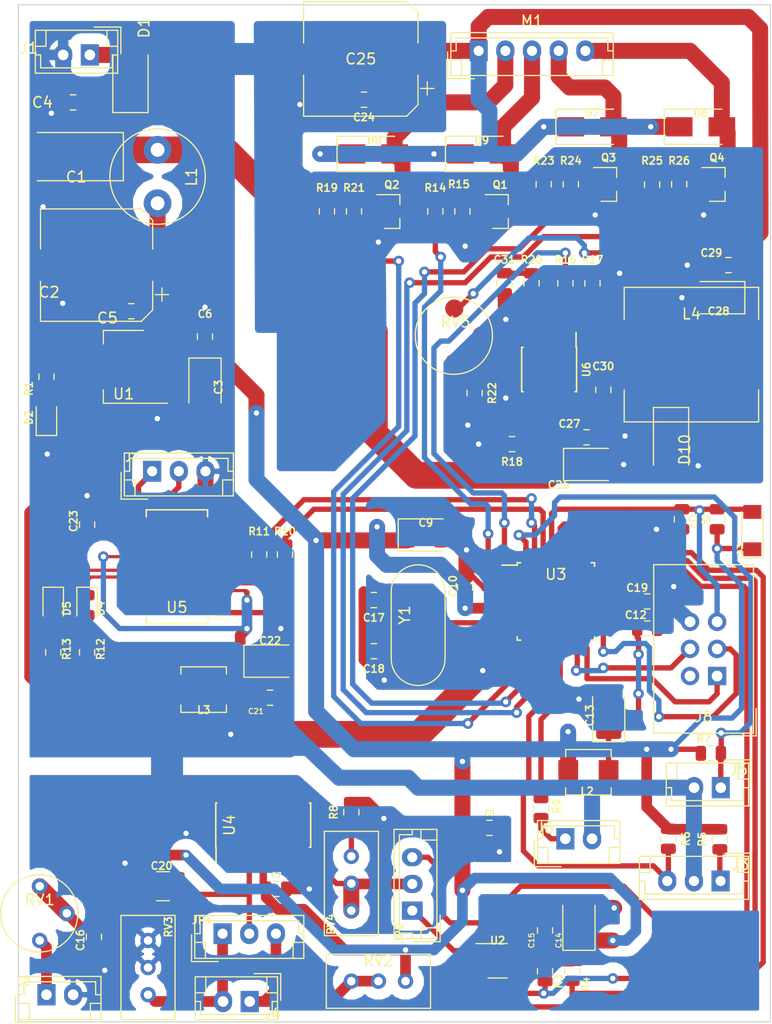
<source format=kicad_pcb>
(kicad_pcb (version 20171130) (host pcbnew 5.0.0-fee4fd1~66~ubuntu16.04.1)
  (layers (0 F.Cu signal) (31 B.Cu signal) (34 B.Paste user) (35 F.Paste user) (36 B.SilkS user) (37 F.SilkS user) (38 B.Mask user) (39 F.Mask user) (44 Edge.Cuts user))
  (net 0 "")
  (net 1 +9V)
  (net 2 GND)
  (net 3 "Net-(C2-Pad1)")
  (net 4 +5V)
  (net 5 /~reset)
  (net 6 "Net-(C12-Pad1)")
  (net 7 "Net-(C17-Pad1)")
  (net 8 "Net-(C18-Pad1)")
  (net 9 "Net-(C19-Pad1)")
  (net 10 "Net-(C20-Pad1)")
  (net 11 "Net-(C21-Pad1)")
  (net 12 "Net-(C23-Pad1)")
  (net 13 "Net-(C24-Pad1)")
  (net 14 "Net-(C30-Pad1)")
  (net 15 "Net-(C30-Pad2)")
  (net 16 "Net-(C31-Pad1)")
  (net 17 "Net-(D1-Pad2)")
  (net 18 "Net-(D2-Pad2)")
  (net 19 "Net-(D4-Pad1)")
  (net 20 "Net-(D4-Pad2)")
  (net 21 "Net-(D5-Pad1)")
  (net 22 "Net-(D5-Pad2)")
  (net 23 "Net-(D6-Pad2)")
  (net 24 "Net-(D7-Pad2)")
  (net 25 "Net-(D8-Pad2)")
  (net 26 "Net-(D9-Pad2)")
  (net 27 "Net-(J2-Pad1)")
  (net 28 /optoInt)
  (net 29 "Net-(J3-Pad1)")
  (net 30 "Net-(J4-Pad1)")
  (net 31 "Net-(J4-Pad2)")
  (net 32 /btnStartStop)
  (net 33 "Net-(J6-Pad1)")
  (net 34 "Net-(J7-Pad2)")
  (net 35 "Net-(J7-Pad1)")
  (net 36 /miso)
  (net 37 "Net-(J8-Pad2)")
  (net 38 /sck)
  (net 39 /mosi)
  (net 40 "Net-(JP2-Pad1)")
  (net 41 "Net-(JP2-Pad2)")
  (net 42 /sensor)
  (net 43 "Net-(Q1-Pad1)")
  (net 44 "Net-(Q2-Pad1)")
  (net 45 "Net-(Q3-Pad1)")
  (net 46 "Net-(Q4-Pad1)")
  (net 47 /adc_sda)
  (net 48 /adc_scl)
  (net 49 "Net-(R8-Pad1)")
  (net 50 /ledStartStop)
  (net 51 "Net-(R10-Pad2)")
  (net 52 /mcu_RX)
  (net 53 /mcu_TX)
  (net 54 "Net-(R11-Pad2)")
  (net 55 /smw1)
  (net 56 "Net-(R16-Pad2)")
  (net 57 /smen)
  (net 58 "Net-(R18-Pad1)")
  (net 59 /smw2)
  (net 60 "Net-(R20-Pad1)")
  (net 61 "Net-(R22-Pad1)")
  (net 62 /smw3)
  (net 63 /smw4)
  (net 64 "Net-(U3-Pad14)")
  (net 65 "Net-(U3-Pad19)")
  (net 66 "Net-(U3-Pad22)")
  (net 67 "Net-(U3-Pad24)")
  (net 68 "Net-(U3-Pad25)")
  (net 69 "Net-(U3-Pad26)")
  (net 70 "Net-(U4-Pad1)")
  (net 71 "Net-(U5-Pad2)")
  (net 72 "Net-(U5-Pad3)")
  (net 73 "Net-(U5-Pad6)")
  (net 74 "Net-(U5-Pad9)")
  (net 75 "Net-(U5-Pad10)")
  (net 76 "Net-(U5-Pad11)")
  (net 77 "Net-(U5-Pad12)")
  (net 78 "Net-(U5-Pad13)")
  (net 79 "Net-(U5-Pad14)")
  (net 80 "Net-(U5-Pad19)")
  (net 81 "Net-(U5-Pad27)")
  (net 82 "Net-(U5-Pad28)")
  (net 83 "Net-(U6-Pad9)")
  (module Package_QFP:TQFP-32_7x7mm_P0.8mm (layer F.Cu) (at 120.523 82.55)
    (fp_text reference U3 (at 0 -2.54) (layer F.SilkS))
    (fp_text value ATmega8-16AU)
    (pad 1 smd rect (at -4.25 -2.8) (size 1.6 0.55) (layers F.Cu F.Paste F.Mask) (net 57 /smen))
    (pad 2 smd rect (at -4.25 -2) (size 1.6 0.55) (layers F.Cu F.Paste F.Mask) (net 55 /smw1))
    (pad 3 smd rect (at -4.25 -1.2) (size 1.6 0.55) (layers F.Cu F.Paste F.Mask) (net 2 GND))
    (pad 4 smd rect (at -4.25 -0.4) (size 1.6 0.55) (layers F.Cu F.Paste F.Mask) (net 4 +5V))
    (pad 5 smd rect (at -4.25 0.4) (size 1.6 0.55) (layers F.Cu F.Paste F.Mask) (net 2 GND))
    (pad 6 smd rect (at -4.25 1.2) (size 1.6 0.55) (layers F.Cu F.Paste F.Mask) (net 4 +5V))
    (pad 7 smd rect (at -4.25 2) (size 1.6 0.55) (layers F.Cu F.Paste F.Mask) (net 7 "Net-(C17-Pad1)"))
    (pad 8 smd rect (at -4.25 2.8) (size 1.6 0.55) (layers F.Cu F.Paste F.Mask) (net 8 "Net-(C18-Pad1)"))
    (pad 9 smd rect (at -2.8 4.25 90) (size 1.6 0.55) (layers F.Cu F.Paste F.Mask) (net 59 /smw2))
    (pad 10 smd rect (at -2 4.25 90) (size 1.6 0.55) (layers F.Cu F.Paste F.Mask) (net 62 /smw3))
    (pad 11 smd rect (at -1.2 4.25 90) (size 1.6 0.55) (layers F.Cu F.Paste F.Mask) (net 63 /smw4))
    (pad 12 smd rect (at -0.4 4.25 90) (size 1.6 0.55) (layers F.Cu F.Paste F.Mask) (net 28 /optoInt))
    (pad 13 smd rect (at 0.4 4.25 90) (size 1.6 0.55) (layers F.Cu F.Paste F.Mask) (net 50 /ledStartStop))
    (pad 14 smd rect (at 1.2 4.25 90) (size 1.6 0.55) (layers F.Cu F.Paste F.Mask) (net 64 "Net-(U3-Pad14)"))
    (pad 15 smd rect (at 2 4.25 90) (size 1.6 0.55) (layers F.Cu F.Paste F.Mask) (net 39 /mosi))
    (pad 16 smd rect (at 2.8 4.25 90) (size 1.6 0.55) (layers F.Cu F.Paste F.Mask) (net 36 /miso))
    (pad 17 smd rect (at 4.25 2.8) (size 1.6 0.55) (layers F.Cu F.Paste F.Mask) (net 38 /sck))
    (pad 18 smd rect (at 4.25 2) (size 1.6 0.55) (layers F.Cu F.Paste F.Mask) (net 6 "Net-(C12-Pad1)"))
    (pad 19 smd rect (at 4.25 1.2) (size 1.6 0.55) (layers F.Cu F.Paste F.Mask) (net 65 "Net-(U3-Pad19)"))
    (pad 20 smd rect (at 4.25 0.4) (size 1.6 0.55) (layers F.Cu F.Paste F.Mask) (net 9 "Net-(C19-Pad1)"))
    (pad 21 smd rect (at 4.25 -0.4) (size 1.6 0.55) (layers F.Cu F.Paste F.Mask) (net 2 GND))
    (pad 22 smd rect (at 4.25 -1.2) (size 1.6 0.55) (layers F.Cu F.Paste F.Mask) (net 66 "Net-(U3-Pad22)"))
    (pad 23 smd rect (at 4.25 -2) (size 1.6 0.55) (layers F.Cu F.Paste F.Mask) (net 42 /sensor))
    (pad 24 smd rect (at 4.25 -2.8) (size 1.6 0.55) (layers F.Cu F.Paste F.Mask) (net 67 "Net-(U3-Pad24)"))
    (pad 25 smd rect (at 2.8 -4.25 90) (size 1.6 0.55) (layers F.Cu F.Paste F.Mask) (net 68 "Net-(U3-Pad25)"))
    (pad 26 smd rect (at 2 -4.25 90) (size 1.6 0.55) (layers F.Cu F.Paste F.Mask) (net 69 "Net-(U3-Pad26)"))
    (pad 27 smd rect (at 1.2 -4.25 90) (size 1.6 0.55) (layers F.Cu F.Paste F.Mask) (net 47 /adc_sda))
    (pad 28 smd rect (at 0.4 -4.25 90) (size 1.6 0.55) (layers F.Cu F.Paste F.Mask) (net 48 /adc_scl))
    (pad 29 smd rect (at -0.4 -4.25 90) (size 1.6 0.55) (layers F.Cu F.Paste F.Mask) (net 5 /~reset))
    (pad 30 smd rect (at -1.2 -4.25 90) (size 1.6 0.55) (layers F.Cu F.Paste F.Mask) (net 52 /mcu_RX))
    (pad 31 smd rect (at -2 -4.25 90) (size 1.6 0.55) (layers F.Cu F.Paste F.Mask) (net 53 /mcu_TX))
    (pad 32 smd rect (at -2.8 -4.25 90) (size 1.6 0.55) (layers F.Cu F.Paste F.Mask) (net 32 /btnStartStop))
  )
  (module Inductor_SMD:L_12x12mm_H6mm (layer F.Cu) (at 133.223 59.436)
    (fp_text reference L4 (at 0 -3.81) (layer F.SilkS))
    (fp_text value 15uH)
    (pad 2 smd rect (at 4.95 0) (size 2.9 5.4) (layers F.Cu F.Paste F.Mask) (net 13 "Net-(C24-Pad1)"))
    (pad 1 smd rect (at -4.95 0) (size 2.9 5.4) (layers F.Cu F.Paste F.Mask) (net 15 "Net-(C30-Pad2)"))
  )
  (module Connector_IDC:IDC-Header_2x03_P2.54mm_Vertical (layer F.Cu) (at 135.636 89.535 180)
    (fp_text reference J8 (at 1.27 -3.81 180) (layer F.SilkS))
    (fp_text value AVR-ISP-6)
    (pad 1 thru_hole rect (at 0 0 180) (size 1.7272 1.7272) (drill 1.016) (layers *.Cu *.Mask) (net 36 /miso))
    (pad 2 thru_hole oval (at 2.54 0 180) (size 1.7272 1.7272) (drill 1.016) (layers *.Cu *.Mask) (net 37 "Net-(J8-Pad2)"))
    (pad 3 thru_hole oval (at 0 2.54 180) (size 1.7272 1.7272) (drill 1.016) (layers *.Cu *.Mask) (net 38 /sck))
    (pad 4 thru_hole oval (at 2.54 2.54 180) (size 1.7272 1.7272) (drill 1.016) (layers *.Cu *.Mask) (net 39 /mosi))
    (pad 5 thru_hole oval (at 0 5.08 180) (size 1.7272 1.7272) (drill 1.016) (layers *.Cu *.Mask) (net 5 /~reset))
    (pad 6 thru_hole oval (at 2.54 5.08 180) (size 1.7272 1.7272) (drill 1.016) (layers *.Cu *.Mask) (net 2 GND))
  )
  (module Capacitor_Tantalum_SMD:CP_EIA-7343-31_Kemet-D (layer F.Cu) (at 75.565 40.894 180)
    (fp_text reference C1 (at 0 -1.905 180) (layer F.SilkS))
    (fp_text value "100uF 16V")
    (pad 1 smd roundrect (at -3.1125 0 180) (size 2.075 2.55) (layers F.Cu F.Paste F.Mask) (roundrect_rratio 0.120482) (net 1 +9V))
    (pad 2 smd roundrect (at 3.1125 0 180) (size 2.075 2.55) (layers F.Cu F.Paste F.Mask) (roundrect_rratio 0.120482) (net 2 GND))
  )
  (module Capacitor_SMD:CP_Elec_10x10 (layer F.Cu) (at 77.47 51.054 180)
    (fp_text reference C2 (at 4.445 -2.54 180) (layer F.SilkS))
    (fp_text value "470uF 16V")
    (pad 1 smd rect (at -4 0 180) (size 4 2.5) (layers F.Cu F.Paste F.Mask) (net 3 "Net-(C2-Pad1)"))
    (pad 2 smd rect (at 4 0 180) (size 4 2.5) (layers F.Cu F.Paste F.Mask) (net 2 GND))
  )
  (module Capacitor_Tantalum_SMD:CP_EIA-3528-21_Kemet-B (layer F.Cu) (at 87.63 62.2165 270)
    (fp_text reference C3 (at 0.2675 -1.27 270) (layer F.SilkS) (effects (font (size 0.7 0.7))))
    (fp_text value "100uF 6.3V")
    (pad 2 smd roundrect (at 1.5375 0 270) (size 1.325 2.35) (layers F.Cu F.Paste F.Mask) (roundrect_rratio 0.188679) (net 2 GND))
    (pad 1 smd roundrect (at -1.5375 0 270) (size 1.325 2.35) (layers F.Cu F.Paste F.Mask) (roundrect_rratio 0.188679) (net 4 +5V))
  )
  (module Capacitor_SMD:C_0805_2012Metric (layer F.Cu) (at 75.2625 35.814 180)
    (fp_text reference C4 (at 2.8725 0 180) (layer F.SilkS))
    (fp_text value 100nF)
    (pad 1 smd roundrect (at -0.9375 0 180) (size 0.975 1.4) (layers F.Cu F.Paste F.Mask) (net 1 +9V))
    (pad 2 smd roundrect (at 0.9375 0 180) (size 0.975 1.4) (layers F.Cu F.Paste F.Mask) (net 2 GND))
  )
  (module Capacitor_SMD:C_0805_2012Metric (layer F.Cu) (at 80.7235 55.372 180)
    (fp_text reference C5 (at 2.2375 -0.635 180) (layer F.SilkS))
    (fp_text value 100nF)
    (pad 1 smd roundrect (at -0.9375 0 180) (size 0.975 1.4) (layers F.Cu F.Paste F.Mask) (net 3 "Net-(C2-Pad1)"))
    (pad 2 smd roundrect (at 0.9375 0 180) (size 0.975 1.4) (layers F.Cu F.Paste F.Mask) (net 2 GND))
  )
  (module Capacitor_SMD:C_0805_2012Metric (layer F.Cu) (at 87.63 57.7365 90)
    (fp_text reference C6 (at 2.1105 0 -180) (layer F.SilkS) (effects (font (size 0.7 0.7))))
    (fp_text value 100nF)
    (pad 2 smd roundrect (at 0.9375 0 90) (size 0.975 1.4) (layers F.Cu F.Paste F.Mask) (net 2 GND))
    (pad 1 smd roundrect (at -0.9375 0 90) (size 0.975 1.4) (layers F.Cu F.Paste F.Mask) (net 4 +5V))
  )
  (module Capacitor_SMD:C_0805_2012Metric (layer F.Cu) (at 94.3125 109.474)
    (fp_text reference C7 (at 0 -1.27) (layer F.SilkS) (effects (font (size 0.5 0.5) (thickness 0.1))))
    (fp_text value 100nF)
    (pad 1 smd roundrect (at -0.9375 0) (size 0.975 1.4) (layers F.Cu F.Paste F.Mask) (net 4 +5V))
    (pad 2 smd roundrect (at 0.9375 0) (size 0.975 1.4) (layers F.Cu F.Paste F.Mask) (net 2 GND))
  )
  (module Capacitor_SMD:C_0805_2012Metric (layer F.Cu) (at 114.3 103.759)
    (fp_text reference C8 (at 0 -1.397) (layer F.SilkS) (effects (font (size 0.5 0.5) (thickness 0.1))))
    (fp_text value 100nF)
    (pad 2 smd roundrect (at 0.9375 0) (size 0.975 1.4) (layers F.Cu F.Paste F.Mask) (net 2 GND))
    (pad 1 smd roundrect (at -0.9375 0) (size 0.975 1.4) (layers F.Cu F.Paste F.Mask) (net 4 +5V))
  )
  (module Capacitor_Tantalum_SMD:CP_EIA-3528-21_Kemet-B (layer F.Cu) (at 108.204 76.327)
    (fp_text reference C9 (at 0.127 -1.143) (layer F.SilkS) (effects (font (size 0.7 0.7))))
    (fp_text value "10uF 16V")
    (pad 1 smd roundrect (at -1.5375 0) (size 1.325 2.35) (layers F.Cu F.Paste F.Mask) (roundrect_rratio 0.188679) (net 4 +5V))
    (pad 2 smd roundrect (at 1.5375 0) (size 1.325 2.35) (layers F.Cu F.Paste F.Mask) (roundrect_rratio 0.188679) (net 2 GND))
  )
  (module Capacitor_SMD:C_0805_2012Metric (layer F.Cu) (at 112.014 81.2315 90)
    (fp_text reference C10 (at 0.127 -1.143 90) (layer F.SilkS) (effects (font (size 0.7 0.7))))
    (fp_text value 100nF)
    (pad 2 smd roundrect (at 0.9375 0 90) (size 0.975 1.4) (layers F.Cu F.Paste F.Mask) (net 2 GND))
    (pad 1 smd roundrect (at -0.9375 0 90) (size 0.975 1.4) (layers F.Cu F.Paste F.Mask) (net 4 +5V))
  )
  (module Capacitor_SMD:C_0805_2012Metric (layer F.Cu) (at 132.334 74.8515 270)
    (fp_text reference C11 (at 0.127 -1.143 270) (layer F.SilkS) (effects (font (size 0.5 0.5) (thickness 0.1))))
    (fp_text value 100nF)
    (pad 1 smd roundrect (at -0.9375 0 270) (size 0.975 1.4) (layers F.Cu F.Paste F.Mask) (net 5 /~reset))
    (pad 2 smd roundrect (at 0.9375 0 270) (size 0.975 1.4) (layers F.Cu F.Paste F.Mask) (net 2 GND))
  )
  (module Capacitor_SMD:C_0805_2012Metric (layer F.Cu) (at 129.0805 85.09)
    (fp_text reference C12 (at -1.0645 -1.27) (layer F.SilkS) (effects (font (size 0.7 0.7))))
    (fp_text value 100nF)
    (pad 2 smd roundrect (at 0.9375 0) (size 0.975 1.4) (layers F.Cu F.Paste F.Mask) (net 2 GND))
    (pad 1 smd roundrect (at -0.9375 0) (size 0.975 1.4) (layers F.Cu F.Paste F.Mask) (net 6 "Net-(C12-Pad1)"))
  )
  (module Capacitor_Tantalum_SMD:CP_EIA-3528-21_Kemet-B (layer F.Cu) (at 125.476 93.2315 90)
    (fp_text reference C13 (at 0 -1.778 90) (layer F.SilkS) (effects (font (size 0.7 0.7))))
    (fp_text value "10uF 16V")
    (pad 2 smd roundrect (at 1.5375 0 90) (size 1.325 2.35) (layers F.Cu F.Paste F.Mask) (roundrect_rratio 0.188679) (net 2 GND))
    (pad 1 smd roundrect (at -1.5375 0 90) (size 1.325 2.35) (layers F.Cu F.Paste F.Mask) (roundrect_rratio 0.188679) (net 6 "Net-(C12-Pad1)"))
  )
  (module Capacitor_Tantalum_SMD:CP_EIA-3528-21_Kemet-B (layer F.Cu) (at 122.682 112.7625 90)
    (fp_text reference C14 (at -1.5375 -1.905 90) (layer F.SilkS) (effects (font (size 0.5 0.5) (thickness 0.1))))
    (fp_text value "10uF 16V")
    (pad 2 smd roundrect (at 1.5375 0 90) (size 1.325 2.35) (layers F.Cu F.Paste F.Mask) (roundrect_rratio 0.188679) (net 2 GND))
    (pad 1 smd roundrect (at -1.5375 0 90) (size 1.325 2.35) (layers F.Cu F.Paste F.Mask) (roundrect_rratio 0.188679) (net 4 +5V))
  )
  (module Capacitor_SMD:C_0805_2012Metric (layer F.Cu) (at 119.507 113.3625 90)
    (fp_text reference C15 (at -0.9375 -1.27 90) (layer F.SilkS) (effects (font (size 0.5 0.5) (thickness 0.1))))
    (fp_text value 100nF)
    (pad 1 smd roundrect (at -0.9375 0 90) (size 0.975 1.4) (layers F.Cu F.Paste F.Mask) (net 4 +5V))
    (pad 2 smd roundrect (at 0.9375 0 90) (size 0.975 1.4) (layers F.Cu F.Paste F.Mask) (net 2 GND))
  )
  (module Capacitor_SMD:C_0805_2012Metric (layer F.Cu) (at 77.216 113.9675 90)
    (fp_text reference C16 (at -0.3025 -1.27 90) (layer F.SilkS) (effects (font (size 0.7 0.7))))
    (fp_text value 100nF)
    (pad 2 smd roundrect (at 0.9375 0 90) (size 0.975 1.4) (layers F.Cu F.Paste F.Mask) (net 4 +5V))
    (pad 1 smd roundrect (at -0.9375 0 90) (size 0.975 1.4) (layers F.Cu F.Paste F.Mask) (net 2 GND))
  )
  (module Capacitor_SMD:C_0805_2012Metric (layer F.Cu) (at 103.4565 82.423 180)
    (fp_text reference C17 (at 0 -1.65 180) (layer F.SilkS) (effects (font (size 0.7 0.7))))
    (fp_text value 22pF)
    (pad 2 smd roundrect (at 0.9375 0 180) (size 0.975 1.4) (layers F.Cu F.Paste F.Mask) (net 2 GND))
    (pad 1 smd roundrect (at -0.9375 0 180) (size 0.975 1.4) (layers F.Cu F.Paste F.Mask) (net 7 "Net-(C17-Pad1)"))
  )
  (module Capacitor_SMD:C_0805_2012Metric (layer F.Cu) (at 103.465995 87.210737 180)
    (fp_text reference C18 (at 0 -1.65 180) (layer F.SilkS) (effects (font (size 0.7 0.7))))
    (fp_text value 22pF)
    (pad 1 smd roundrect (at -0.9375 0 180) (size 0.975 1.4) (layers F.Cu F.Paste F.Mask) (net 8 "Net-(C18-Pad1)"))
    (pad 2 smd roundrect (at 0.9375 0 180) (size 0.975 1.4) (layers F.Cu F.Paste F.Mask) (net 2 GND))
  )
  (module Capacitor_SMD:C_0805_2012Metric (layer F.Cu) (at 129.0805 82.55)
    (fp_text reference C19 (at -0.9375 -1.27) (layer F.SilkS) (effects (font (size 0.7 0.7))))
    (fp_text value 100nF)
    (pad 1 smd roundrect (at -0.9375 0) (size 0.975 1.4) (layers F.Cu F.Paste F.Mask) (net 9 "Net-(C19-Pad1)"))
    (pad 2 smd roundrect (at 0.9375 0) (size 0.975 1.4) (layers F.Cu F.Paste F.Mask) (net 2 GND))
  )
  (module Capacitor_SMD:C_1210_3225Metric (layer F.Cu) (at 83.696 109.22 180)
    (fp_text reference C20 (at 0.13 1.905 180) (layer F.SilkS) (effects (font (size 0.7 0.7))))
    (fp_text value 1uF)
    (pad 1 smd roundrect (at -1.4 0 180) (size 1.25 2.65) (layers F.Cu F.Paste F.Mask) (roundrect_rratio 0.2) (net 10 "Net-(C20-Pad1)"))
    (pad 2 smd roundrect (at 1.4 0 180) (size 1.25 2.65) (layers F.Cu F.Paste F.Mask) (roundrect_rratio 0.2) (net 2 GND))
  )
  (module Capacitor_SMD:C_0805_2012Metric (layer F.Cu) (at 93.726 91.567)
    (fp_text reference C21 (at -1.3185 1.27) (layer F.SilkS) (effects (font (size 0.5 0.5) (thickness 0.1))))
    (fp_text value 100nF)
    (pad 1 smd roundrect (at -0.9375 0) (size 0.975 1.4) (layers F.Cu F.Paste F.Mask) (net 11 "Net-(C21-Pad1)"))
    (pad 2 smd roundrect (at 0.9375 0) (size 0.975 1.4) (layers F.Cu F.Paste F.Mask) (net 2 GND))
  )
  (module Capacitor_Tantalum_SMD:CP_EIA-3528-21_Kemet-B (layer F.Cu) (at 93.7395 88.138)
    (fp_text reference C22 (at 0 -1.905) (layer F.SilkS) (effects (font (size 0.7 0.7))))
    (fp_text value "22uF 6.3V")
    (pad 2 smd roundrect (at 1.5375 0) (size 1.325 2.35) (layers F.Cu F.Paste F.Mask) (roundrect_rratio 0.188679) (net 2 GND))
    (pad 1 smd roundrect (at -1.5375 0) (size 1.325 2.35) (layers F.Cu F.Paste F.Mask) (roundrect_rratio 0.188679) (net 11 "Net-(C21-Pad1)"))
  )
  (module Capacitor_SMD:C_0805_2012Metric (layer F.Cu) (at 76.581 75.3595 90)
    (fp_text reference C23 (at 0.3325 -1.27 90) (layer F.SilkS) (effects (font (size 0.7 0.7))))
    (fp_text value 100nF)
    (pad 2 smd roundrect (at 0.9375 0 90) (size 0.975 1.4) (layers F.Cu F.Paste F.Mask) (net 2 GND))
    (pad 1 smd roundrect (at -0.9375 0 90) (size 0.975 1.4) (layers F.Cu F.Paste F.Mask) (net 12 "Net-(C23-Pad1)"))
  )
  (module Capacitor_SMD:C_0805_2012Metric (layer F.Cu) (at 102.5375 35.56 180)
    (fp_text reference C24 (at 0 -1.65 180) (layer F.SilkS) (effects (font (size 0.7 0.7))))
    (fp_text value 100nF)
    (pad 2 smd roundrect (at 0.9375 0 180) (size 0.975 1.4) (layers F.Cu F.Paste F.Mask) (net 2 GND))
    (pad 1 smd roundrect (at -0.9375 0 180) (size 0.975 1.4) (layers F.Cu F.Paste F.Mask) (net 13 "Net-(C24-Pad1)"))
  )
  (module Capacitor_SMD:CP_Elec_10x12.5 (layer F.Cu) (at 102.235 31.75 180)
    (fp_text reference C25 (at 0 0 180) (layer F.SilkS))
    (fp_text value "470uF 16V")
    (pad 1 smd rect (at -4.2 0 180) (size 4.4 2.5) (layers F.Cu F.Paste F.Mask) (net 13 "Net-(C24-Pad1)"))
    (pad 2 smd rect (at 4.2 0 180) (size 4.4 2.5) (layers F.Cu F.Paste F.Mask) (net 2 GND))
  )
  (module Capacitor_Tantalum_SMD:CP_EIA-3528-21_Kemet-B (layer F.Cu) (at 123.698 69.723)
    (fp_text reference C26 (at -2.9075 1.905) (layer F.SilkS) (effects (font (size 0.7 0.7))))
    (fp_text value "68uF 16V")
    (pad 2 smd roundrect (at 1.5375 0) (size 1.325 2.35) (layers F.Cu F.Paste F.Mask) (roundrect_rratio 0.188679) (net 2 GND))
    (pad 1 smd roundrect (at -1.5375 0) (size 1.325 2.35) (layers F.Cu F.Paste F.Mask) (roundrect_rratio 0.188679) (net 1 +9V))
  )
  (module Capacitor_SMD:C_0805_2012Metric (layer F.Cu) (at 123.3955 67.183)
    (fp_text reference C27 (at -1.6025 -1.27) (layer F.SilkS) (effects (font (size 0.7 0.7))))
    (fp_text value 100nF)
    (pad 1 smd roundrect (at -0.9375 0) (size 0.975 1.4) (layers F.Cu F.Paste F.Mask) (net 1 +9V))
    (pad 2 smd roundrect (at 0.9375 0) (size 0.975 1.4) (layers F.Cu F.Paste F.Mask) (net 2 GND))
  )
  (module Capacitor_Tantalum_SMD:CP_EIA-3528-21_Kemet-B (layer F.Cu) (at 135.7765 54.102 180)
    (fp_text reference C28 (at 0 -1.27 180) (layer F.SilkS) (effects (font (size 0.7 0.7))))
    (fp_text value "22uF 16V")
    (pad 2 smd roundrect (at 1.5375 0 180) (size 1.325 2.35) (layers F.Cu F.Paste F.Mask) (roundrect_rratio 0.188679) (net 2 GND))
    (pad 1 smd roundrect (at -1.5375 0 180) (size 1.325 2.35) (layers F.Cu F.Paste F.Mask) (roundrect_rratio 0.188679) (net 13 "Net-(C24-Pad1)"))
  )
  (module Capacitor_SMD:C_0805_2012Metric (layer F.Cu) (at 136.7005 51.054 180)
    (fp_text reference C29 (at 1.6025 1.143 180) (layer F.SilkS) (effects (font (size 0.7 0.7))))
    (fp_text value 100nF)
    (pad 1 smd roundrect (at -0.9375 0 180) (size 0.975 1.4) (layers F.Cu F.Paste F.Mask) (net 13 "Net-(C24-Pad1)"))
    (pad 2 smd roundrect (at 0.9375 0 180) (size 0.975 1.4) (layers F.Cu F.Paste F.Mask) (net 2 GND))
  )
  (module Capacitor_SMD:C_0805_2012Metric (layer F.Cu) (at 124.968 62.738 90)
    (fp_text reference C30 (at 2.2075 0 180) (layer F.SilkS) (effects (font (size 0.7 0.7))))
    (fp_text value 100nF)
    (pad 2 smd roundrect (at 0.9375 0 90) (size 0.975 1.4) (layers F.Cu F.Paste F.Mask) (net 15 "Net-(C30-Pad2)"))
    (pad 1 smd roundrect (at -0.9375 0 90) (size 0.975 1.4) (layers F.Cu F.Paste F.Mask) (net 14 "Net-(C30-Pad1)"))
  )
  (module Capacitor_SMD:C_0805_2012Metric (layer F.Cu) (at 115.697 52.7535 270)
    (fp_text reference C31 (at -2.2075 0) (layer F.SilkS) (effects (font (size 0.7 0.7))))
    (fp_text value 220pF)
    (pad 1 smd roundrect (at -0.9375 0 270) (size 0.975 1.4) (layers F.Cu F.Paste F.Mask) (net 16 "Net-(C31-Pad1)"))
    (pad 2 smd roundrect (at 0.9375 0 270) (size 0.975 1.4) (layers F.Cu F.Paste F.Mask) (net 2 GND))
  )
  (module Diode_SMD:D_SMA (layer F.Cu) (at 80.645 33.369 90)
    (fp_text reference D1 (at 4.54 1.27 90) (layer F.SilkS))
    (fp_text value 10MQ040N)
    (pad 1 smd rect (at -2 0 90) (size 2.5 1.8) (layers F.Cu F.Paste F.Mask) (net 1 +9V))
    (pad 2 smd rect (at 2 0 90) (size 2.5 1.8) (layers F.Cu F.Paste F.Mask) (net 17 "Net-(D1-Pad2)"))
  )
  (module LED_SMD:LED_0805_2012Metric (layer F.Cu) (at 72.771 65.3265 90)
    (fp_text reference D2 (at 0 -1.65 90) (layer F.SilkS) (effects (font (size 0.7 0.7))))
    (fp_text value Power)
    (pad 2 smd roundrect (at 0.9375 0 90) (size 0.975 1.4) (layers F.Cu F.Paste F.Mask) (net 18 "Net-(D2-Pad2)"))
    (pad 1 smd roundrect (at -0.9375 0 90) (size 0.975 1.4) (layers F.Cu F.Paste F.Mask) (net 2 GND))
  )
  (module Diode_SMD:D_MiniMELF (layer F.Cu) (at 138.938 75.918 90)
    (fp_text reference D3 (at -1.778 -1.143 90) (layer F.SilkS) (effects (font (size 0.5 0.5) (thickness 0.1))))
    (fp_text value LL4148)
    (pad 1 smd rect (at -1.75 0 90) (size 1.3 1.7) (layers F.Cu F.Paste F.Mask) (net 4 +5V))
    (pad 2 smd rect (at 1.75 0 90) (size 1.3 1.7) (layers F.Cu F.Paste F.Mask) (net 5 /~reset))
  )
  (module LED_SMD:LED_0805_2012Metric (layer F.Cu) (at 76.579317 82.902805 270)
    (fp_text reference D4 (at 0.3025 -1.27 270) (layer F.SilkS) (effects (font (size 0.7 0.7))))
    (fp_text value FT232_TX_LED)
    (pad 2 smd roundrect (at 0.9375 0 270) (size 0.975 1.4) (layers F.Cu F.Paste F.Mask) (net 20 "Net-(D4-Pad2)"))
    (pad 1 smd roundrect (at -0.9375 0 270) (size 0.975 1.4) (layers F.Cu F.Paste F.Mask) (net 19 "Net-(D4-Pad1)"))
  )
  (module LED_SMD:LED_0805_2012Metric (layer F.Cu) (at 73.404317 82.902805 270)
    (fp_text reference D5 (at 0.3025 -1.27 270) (layer F.SilkS) (effects (font (size 0.7 0.7))))
    (fp_text value FT232_RX_LED)
    (pad 2 smd roundrect (at 0.9375 0 270) (size 0.975 1.4) (layers F.Cu F.Paste F.Mask) (net 22 "Net-(D5-Pad2)"))
    (pad 1 smd roundrect (at -0.9375 0 270) (size 0.975 1.4) (layers F.Cu F.Paste F.Mask) (net 21 "Net-(D5-Pad1)"))
  )
  (module Diode_SMD:D_SMA (layer F.Cu) (at 134.08 38.1)
    (fp_text reference D6 (at 0 -1.27) (layer F.SilkS) (effects (font (size 0.7 0.7))))
    (fp_text value US1M)
    (pad 2 smd rect (at 2 0) (size 2.5 1.8) (layers F.Cu F.Paste F.Mask) (net 23 "Net-(D6-Pad2)"))
    (pad 1 smd rect (at -2 0) (size 2.5 1.8) (layers F.Cu F.Paste F.Mask) (net 13 "Net-(C24-Pad1)"))
  )
  (module Diode_SMD:D_SMA (layer F.Cu) (at 123.92 38.1)
    (fp_text reference D7 (at 0 -1.27) (layer F.SilkS) (effects (font (size 0.7 0.7))))
    (fp_text value US1M)
    (pad 1 smd rect (at -2 0) (size 2.5 1.8) (layers F.Cu F.Paste F.Mask) (net 13 "Net-(C24-Pad1)"))
    (pad 2 smd rect (at 2 0) (size 2.5 1.8) (layers F.Cu F.Paste F.Mask) (net 24 "Net-(D7-Pad2)"))
  )
  (module Diode_SMD:D_SMA (layer F.Cu) (at 103.41 40.64)
    (fp_text reference D8 (at 0.095 -1.27) (layer F.SilkS) (effects (font (size 0.7 0.7))))
    (fp_text value US1M)
    (pad 2 smd rect (at 2 0) (size 2.5 1.8) (layers F.Cu F.Paste F.Mask) (net 25 "Net-(D8-Pad2)"))
    (pad 1 smd rect (at -2 0) (size 2.5 1.8) (layers F.Cu F.Paste F.Mask) (net 13 "Net-(C24-Pad1)"))
  )
  (module Diode_SMD:D_SMA (layer F.Cu) (at 113.57 40.64)
    (fp_text reference D9 (at 0 -1.27) (layer F.SilkS) (effects (font (size 0.7 0.7))))
    (fp_text value US1M)
    (pad 2 smd rect (at 2 0) (size 2.5 1.8) (layers F.Cu F.Paste F.Mask) (net 26 "Net-(D9-Pad2)"))
    (pad 1 smd rect (at -2 0) (size 2.5 1.8) (layers F.Cu F.Paste F.Mask) (net 13 "Net-(C24-Pad1)"))
  )
  (module Diode_SMD:D_SMA (layer F.Cu) (at 131.318 67.786 270)
    (fp_text reference D10 (at 0.54 -1.27 270) (layer F.SilkS))
    (fp_text value 10MQ040N)
    (pad 1 smd rect (at -2 0 270) (size 2.5 1.8) (layers F.Cu F.Paste F.Mask) (net 15 "Net-(C30-Pad2)"))
    (pad 2 smd rect (at 2 0 270) (size 2.5 1.8) (layers F.Cu F.Paste F.Mask) (net 2 GND))
  )
  (module Connector_JST:JST_EH_B02B-EH-A_1x02_P2.50mm_Vertical (layer F.Cu) (at 76.835 31.369 180)
    (fp_text reference J1 (at 5.715 0.635 180) (layer F.SilkS))
    (fp_text value Conn_power)
    (pad 1 thru_hole rect (at 0 0 180) (size 1.7 2) (drill 1) (layers *.Cu *.Mask) (net 17 "Net-(D1-Pad2)"))
    (pad 2 thru_hole oval (at 2.5 0 180) (size 1.7 2) (drill 1) (layers *.Cu *.Mask) (net 2 GND))
  )
  (module Connector_JST:JST_EH_B02B-EH-A_1x02_P2.50mm_Vertical (layer F.Cu) (at 72.771 119.38)
    (fp_text reference J2 (at -2.11 -1.21) (layer F.SilkS) (effects (font (size 0.7 0.7))))
    (fp_text value Conn_sensor_led)
    (pad 2 thru_hole oval (at 2.5 0) (size 1.7 2) (drill 1) (layers *.Cu *.Mask) (net 2 GND))
    (pad 1 thru_hole rect (at 0 0) (size 1.7 2) (drill 1) (layers *.Cu *.Mask) (net 27 "Net-(J2-Pad1)"))
  )
  (module Connector_JST:JST_EH_B03B-EH-A_1x03_P2.50mm_Vertical (layer F.Cu) (at 135.960615 108.733502 180)
    (fp_text reference J3 (at -1.834385 1.545502 180) (layer F.SilkS))
    (fp_text value Conn_opto_int)
    (pad 3 thru_hole oval (at 5 0 180) (size 1.7 1.95) (drill 0.95) (layers *.Cu *.Mask) (net 28 /optoInt))
    (pad 2 thru_hole oval (at 2.5 0 180) (size 1.7 1.95) (drill 0.95) (layers *.Cu *.Mask) (net 2 GND))
    (pad 1 thru_hole rect (at 0 0 180) (size 1.7 1.95) (drill 0.95) (layers *.Cu *.Mask) (net 29 "Net-(J3-Pad1)"))
  )
  (module Connector_JST:JST_EH_B02B-EH-A_1x02_P2.50mm_Vertical (layer F.Cu) (at 91.821 120.015 180)
    (fp_text reference J4 (at -2.11 -1.21 180) (layer F.SilkS))
    (fp_text value Conn_sensor_VT)
    (pad 1 thru_hole rect (at 0 0 180) (size 1.7 2) (drill 1) (layers *.Cu *.Mask) (net 30 "Net-(J4-Pad1)"))
    (pad 2 thru_hole oval (at 2.5 0 180) (size 1.7 2) (drill 1) (layers *.Cu *.Mask) (net 31 "Net-(J4-Pad2)"))
  )
  (module Connector_JST:JST_EH_B02B-EH-A_1x02_P2.50mm_Vertical (layer F.Cu) (at 135.976222 99.992048 180)
    (fp_text reference J5 (at -1.691778 1.694048 180) (layer F.SilkS))
    (fp_text value "Conn btn start/stop msr")
    (pad 1 thru_hole rect (at 0 0 180) (size 1.7 2) (drill 1) (layers *.Cu *.Mask) (net 32 /btnStartStop))
    (pad 2 thru_hole oval (at 2.5 0 180) (size 1.7 2) (drill 1) (layers *.Cu *.Mask) (net 2 GND))
  )
  (module Connector_JST:JST_EH_B02B-EH-A_1x02_P2.50mm_Vertical (layer F.Cu) (at 121.412 104.775)
    (fp_text reference J6 (at -1.905 -1.016) (layer F.SilkS))
    (fp_text value "Conn led start/stop msr")
    (pad 2 thru_hole oval (at 2.5 0) (size 1.7 2) (drill 1) (layers *.Cu *.Mask) (net 2 GND))
    (pad 1 thru_hole rect (at 0 0) (size 1.7 2) (drill 1) (layers *.Cu *.Mask) (net 33 "Net-(J6-Pad1)"))
  )
  (module Connector_JST:JST_EH_B03B-EH-A_1x03_P2.50mm_Vertical (layer F.Cu) (at 82.677 70.358)
    (fp_text reference J7 (at -1.905 -1.27) (layer F.SilkS) (effects (font (size 0.7 0.7))))
    (fp_text value Conn_USB)
    (pad 1 thru_hole rect (at 0 0) (size 1.7 1.95) (drill 0.95) (layers *.Cu *.Mask) (net 35 "Net-(J7-Pad1)"))
    (pad 2 thru_hole oval (at 2.5 0) (size 1.7 1.95) (drill 0.95) (layers *.Cu *.Mask) (net 34 "Net-(J7-Pad2)"))
    (pad 3 thru_hole oval (at 5 0) (size 1.7 1.95) (drill 0.95) (layers *.Cu *.Mask) (net 2 GND))
  )
  (module Connector_JST:JST_EH_B03B-EH-A_1x03_P2.50mm_Vertical (layer F.Cu) (at 89.281 113.665)
    (fp_text reference JP1 (at -1.905 -1.27) (layer F.SilkS) (effects (font (size 0.7 0.7))))
    (fp_text value select)
    (pad 1 thru_hole rect (at 0 0) (size 1.7 1.95) (drill 0.95) (layers *.Cu *.Mask) (net 31 "Net-(J4-Pad2)"))
    (pad 2 thru_hole oval (at 2.5 0) (size 1.7 1.95) (drill 0.95) (layers *.Cu *.Mask) (net 10 "Net-(C20-Pad1)"))
    (pad 3 thru_hole oval (at 5 0) (size 1.7 1.95) (drill 0.95) (layers *.Cu *.Mask) (net 30 "Net-(J4-Pad1)"))
  )
  (module Connector_JST:JST_EH_B03B-EH-A_1x03_P2.50mm_Vertical (layer F.Cu) (at 107.061 111.506 90)
    (fp_text reference JP2 (at -2.11 -1.21 90) (layer F.SilkS) (effects (font (size 0.7 0.7))))
    (fp_text value "sel ADC")
    (pad 1 thru_hole rect (at 0 0 90) (size 1.7 1.95) (drill 0.95) (layers *.Cu *.Mask) (net 40 "Net-(JP2-Pad1)"))
    (pad 2 thru_hole oval (at 2.5 0 90) (size 1.7 1.95) (drill 0.95) (layers *.Cu *.Mask) (net 41 "Net-(JP2-Pad2)"))
    (pad 3 thru_hole oval (at 5 0 90) (size 1.7 1.95) (drill 0.95) (layers *.Cu *.Mask) (net 42 /sensor))
  )
  (module Inductor_THT:L_Radial_D8.7mm_P5.00mm_Fastron_07HCP (layer F.Cu) (at 83.185 40.259 270)
    (fp_text reference L1 (at 2.54 -3.175 270) (layer F.SilkS))
    (fp_text value 100uH)
    (pad 1 thru_hole circle (at 0 0 270) (size 2.6 2.6) (drill 1.3) (layers *.Cu *.Mask) (net 1 +9V))
    (pad 2 thru_hole circle (at 5 0 270) (size 2.6 2.6) (drill 1.3) (layers *.Cu *.Mask) (net 3 "Net-(C2-Pad1)"))
  )
  (module Inductor_SMD:L_Vishay_IHLP-1616 (layer F.Cu) (at 123.571 98.552 180)
    (fp_text reference L2 (at 0.127 -1.778 180) (layer F.SilkS) (effects (font (size 0.7 0.7))))
    (fp_text value 100uH)
    (pad 1 smd rect (at -1.89225 0 180) (size 1.8545 2.286) (layers F.Cu F.Paste F.Mask) (net 6 "Net-(C12-Pad1)"))
    (pad 2 smd rect (at 1.89225 0 180) (size 1.8545 2.286) (layers F.Cu F.Paste F.Mask) (net 4 +5V))
  )
  (module Inductor_SMD:L_Vishay_IHLP-1616 (layer F.Cu) (at 87.503 90.805 180)
    (fp_text reference L3 (at -0.01275 -1.905 180) (layer F.SilkS) (effects (font (size 0.7 0.7))))
    (fp_text value 100uH)
    (pad 1 smd rect (at -1.89225 0 180) (size 1.8545 2.286) (layers F.Cu F.Paste F.Mask) (net 11 "Net-(C21-Pad1)"))
    (pad 2 smd rect (at 1.89225 0 180) (size 1.8545 2.286) (layers F.Cu F.Paste F.Mask) (net 4 +5V))
  )
  (module Connector_JST:JST_EH_B05B-EH-A_1x05_P2.50mm_Vertical (layer F.Cu) (at 113.284 30.988)
    (fp_text reference M1 (at 5 -2.8) (layer F.SilkS))
    (fp_text value Stepper_Motor_unipolar_5pin)
    (pad 1 thru_hole rect (at 0 0) (size 1.7 1.95) (drill 0.95) (layers *.Cu *.Mask) (net 13 "Net-(C24-Pad1)"))
    (pad 2 thru_hole oval (at 2.5 0) (size 1.7 1.95) (drill 0.95) (layers *.Cu *.Mask) (net 25 "Net-(D8-Pad2)"))
    (pad 3 thru_hole oval (at 5 0) (size 1.7 1.95) (drill 0.95) (layers *.Cu *.Mask) (net 26 "Net-(D9-Pad2)"))
    (pad 4 thru_hole oval (at 7.5 0) (size 1.7 1.95) (drill 0.95) (layers *.Cu *.Mask) (net 24 "Net-(D7-Pad2)"))
    (pad 5 thru_hole oval (at 10 0) (size 1.7 1.95) (drill 0.95) (layers *.Cu *.Mask) (net 23 "Net-(D6-Pad2)"))
  )
  (module Package_TO_SOT_SMD:SOT-23 (layer F.Cu) (at 115.3 46.035)
    (fp_text reference Q1 (at 0 -2.5) (layer F.SilkS) (effects (font (size 0.7 0.7))))
    (fp_text value IRLML0030)
    (pad 3 smd rect (at 1 0) (size 0.9 0.8) (layers F.Cu F.Paste F.Mask) (net 26 "Net-(D9-Pad2)"))
    (pad 2 smd rect (at -1 0.95) (size 0.9 0.8) (layers F.Cu F.Paste F.Mask) (net 2 GND))
    (pad 1 smd rect (at -1 -0.95) (size 0.9 0.8) (layers F.Cu F.Paste F.Mask) (net 43 "Net-(Q1-Pad1)"))
  )
  (module Package_TO_SOT_SMD:SOT-23 (layer F.Cu) (at 105.14 46.035)
    (fp_text reference Q2 (at 0 -2.5) (layer F.SilkS) (effects (font (size 0.7 0.7))))
    (fp_text value IRLML0030)
    (pad 1 smd rect (at -1 -0.95) (size 0.9 0.8) (layers F.Cu F.Paste F.Mask) (net 44 "Net-(Q2-Pad1)"))
    (pad 2 smd rect (at -1 0.95) (size 0.9 0.8) (layers F.Cu F.Paste F.Mask) (net 2 GND))
    (pad 3 smd rect (at 1 0) (size 0.9 0.8) (layers F.Cu F.Paste F.Mask) (net 25 "Net-(D8-Pad2)"))
  )
  (module Package_TO_SOT_SMD:SOT-23 (layer F.Cu) (at 125.46 43.495)
    (fp_text reference Q3 (at 0 -2.5) (layer F.SilkS) (effects (font (size 0.7 0.7))))
    (fp_text value IRLML0030)
    (pad 3 smd rect (at 1 0) (size 0.9 0.8) (layers F.Cu F.Paste F.Mask) (net 24 "Net-(D7-Pad2)"))
    (pad 2 smd rect (at -1 0.95) (size 0.9 0.8) (layers F.Cu F.Paste F.Mask) (net 2 GND))
    (pad 1 smd rect (at -1 -0.95) (size 0.9 0.8) (layers F.Cu F.Paste F.Mask) (net 45 "Net-(Q3-Pad1)"))
  )
  (module Package_TO_SOT_SMD:SOT-23 (layer F.Cu) (at 135.62 43.495)
    (fp_text reference Q4 (at 0 -2.5) (layer F.SilkS) (effects (font (size 0.7 0.7))))
    (fp_text value IRLML0030)
    (pad 1 smd rect (at -1 -0.95) (size 0.9 0.8) (layers F.Cu F.Paste F.Mask) (net 46 "Net-(Q4-Pad1)"))
    (pad 2 smd rect (at -1 0.95) (size 0.9 0.8) (layers F.Cu F.Paste F.Mask) (net 2 GND))
    (pad 3 smd rect (at 1 0) (size 0.9 0.8) (layers F.Cu F.Paste F.Mask) (net 23 "Net-(D6-Pad2)"))
  )
  (module Resistor_SMD:R_0805_2012Metric (layer F.Cu) (at 72.771 61.5165 90)
    (fp_text reference R1 (at -1.0945 -1.65 90) (layer F.SilkS) (effects (font (size 0.7 0.7))))
    (fp_text value 1k)
    (pad 1 smd roundrect (at -0.9375 0 90) (size 0.975 1.4) (layers F.Cu F.Paste F.Mask) (net 18 "Net-(D2-Pad2)"))
    (pad 2 smd roundrect (at 0.9375 0 90) (size 0.975 1.4) (layers F.Cu F.Paste F.Mask) (net 4 +5V))
  )
  (module Resistor_SMD:R_0805_2012Metric (layer F.Cu) (at 135.636 74.8515 90)
    (fp_text reference R2 (at 0 -1.143 90) (layer F.SilkS) (effects (font (size 0.5 0.5) (thickness 0.1))))
    (fp_text value 10k)
    (pad 1 smd roundrect (at -0.9375 0 90) (size 0.975 1.4) (layers F.Cu F.Paste F.Mask) (net 4 +5V))
    (pad 2 smd roundrect (at 0.9375 0 90) (size 0.975 1.4) (layers F.Cu F.Paste F.Mask) (net 5 /~reset))
  )
  (module Resistor_SMD:R_0805_2012Metric (layer F.Cu) (at 119.507 117.1725 270)
    (fp_text reference R3 (at 0.9375 -1.27 270) (layer F.SilkS) (effects (font (size 0.7 0.7))))
    (fp_text value 10k)
    (pad 1 smd roundrect (at -0.9375 0 270) (size 0.975 1.4) (layers F.Cu F.Paste F.Mask) (net 4 +5V))
    (pad 2 smd roundrect (at 0.9375 0 270) (size 0.975 1.4) (layers F.Cu F.Paste F.Mask) (net 47 /adc_sda))
  )
  (module Resistor_SMD:R_0805_2012Metric (layer F.Cu) (at 122.047 117.1425 270)
    (fp_text reference R4 (at 1.27 -1.27 270) (layer F.SilkS) (effects (font (size 0.7 0.7))))
    (fp_text value 10k)
    (pad 1 smd roundrect (at -0.9375 0 270) (size 0.975 1.4) (layers F.Cu F.Paste F.Mask) (net 4 +5V))
    (pad 2 smd roundrect (at 0.9375 0 270) (size 0.975 1.4) (layers F.Cu F.Paste F.Mask) (net 48 /adc_scl))
  )
  (module Resistor_SMD:R_0805_2012Metric (layer F.Cu) (at 135.89 104.8235 90)
    (fp_text reference R5 (at 0 -1.65 90) (layer F.SilkS) (effects (font (size 0.7 0.7))))
    (fp_text value 510E)
    (pad 2 smd roundrect (at 0.9375 0 90) (size 0.975 1.4) (layers F.Cu F.Paste F.Mask) (net 4 +5V))
    (pad 1 smd roundrect (at -0.9375 0 90) (size 0.975 1.4) (layers F.Cu F.Paste F.Mask) (net 29 "Net-(J3-Pad1)"))
  )
  (module Resistor_SMD:R_0805_2012Metric (layer F.Cu) (at 131.064 104.775 270)
    (fp_text reference R6 (at 0 -1.65 270) (layer F.SilkS) (effects (font (size 0.7 0.7))))
    (fp_text value 10k)
    (pad 1 smd roundrect (at -0.9375 0 270) (size 0.975 1.4) (layers F.Cu F.Paste F.Mask) (net 4 +5V))
    (pad 2 smd roundrect (at 0.9375 0 270) (size 0.975 1.4) (layers F.Cu F.Paste F.Mask) (net 28 /optoInt))
  )
  (module Resistor_SMD:R_0805_2012Metric (layer F.Cu) (at 135.0495 96.774)
    (fp_text reference R7 (at -0.6835 -1.397) (layer F.SilkS) (effects (font (size 0.7 0.7))))
    (fp_text value 10k)
    (pad 2 smd roundrect (at 0.9375 0) (size 0.975 1.4) (layers F.Cu F.Paste F.Mask) (net 32 /btnStartStop))
    (pad 1 smd roundrect (at -0.9375 0) (size 0.975 1.4) (layers F.Cu F.Paste F.Mask) (net 4 +5V))
  )
  (module Resistor_SMD:R_0805_2012Metric (layer F.Cu) (at 101.346 102.2835 90)
    (fp_text reference R8 (at 0 -1.65 90) (layer F.SilkS) (effects (font (size 0.7 0.7))))
    (fp_text value 1k)
    (pad 2 smd roundrect (at 0.9375 0 90) (size 0.975 1.4) (layers F.Cu F.Paste F.Mask) (net 2 GND))
    (pad 1 smd roundrect (at -0.9375 0 90) (size 0.975 1.4) (layers F.Cu F.Paste F.Mask) (net 49 "Net-(R8-Pad1)"))
  )
  (module Resistor_SMD:R_0805_2012Metric (layer F.Cu) (at 119.126 101.9025 90)
    (fp_text reference R9 (at 0.1755 1.524 90) (layer F.SilkS) (effects (font (size 0.7 0.7))))
    (fp_text value 510E)
    (pad 1 smd roundrect (at -0.9375 0 90) (size 0.975 1.4) (layers F.Cu F.Paste F.Mask) (net 33 "Net-(J6-Pad1)"))
    (pad 2 smd roundrect (at 0.9375 0 90) (size 0.975 1.4) (layers F.Cu F.Paste F.Mask) (net 50 /ledStartStop))
  )
  (module Resistor_SMD:R_0805_2012Metric (layer F.Cu) (at 95.123 78.1535 270)
    (fp_text reference R10 (at -2.159 0) (layer F.SilkS) (effects (font (size 0.7 0.7))))
    (fp_text value 1k)
    (pad 1 smd roundrect (at -0.9375 0 270) (size 0.975 1.4) (layers F.Cu F.Paste F.Mask) (net 52 /mcu_RX))
    (pad 2 smd roundrect (at 0.9375 0 270) (size 0.975 1.4) (layers F.Cu F.Paste F.Mask) (net 51 "Net-(R10-Pad2)"))
  )
  (module Resistor_SMD:R_0805_2012Metric (layer F.Cu) (at 92.71 78.1535 270)
    (fp_text reference R11 (at -2.159 0) (layer F.SilkS) (effects (font (size 0.7 0.7))))
    (fp_text value 1k)
    (pad 2 smd roundrect (at 0.9375 0 270) (size 0.975 1.4) (layers F.Cu F.Paste F.Mask) (net 54 "Net-(R11-Pad2)"))
    (pad 1 smd roundrect (at -0.9375 0 270) (size 0.975 1.4) (layers F.Cu F.Paste F.Mask) (net 53 /mcu_TX))
  )
  (module Resistor_SMD:R_0805_2012Metric (layer F.Cu) (at 76.579317 87.317805 90)
    (fp_text reference R12 (at 0.3025 1.27 90) (layer F.SilkS) (effects (font (size 0.7 0.7))))
    (fp_text value 1k)
    (pad 1 smd roundrect (at -0.9375 0 90) (size 0.975 1.4) (layers F.Cu F.Paste F.Mask) (net 4 +5V))
    (pad 2 smd roundrect (at 0.9375 0 90) (size 0.975 1.4) (layers F.Cu F.Paste F.Mask) (net 20 "Net-(D4-Pad2)"))
  )
  (module Resistor_SMD:R_0805_2012Metric (layer F.Cu) (at 73.404317 87.317805 90)
    (fp_text reference R13 (at 0.3025 1.27 90) (layer F.SilkS) (effects (font (size 0.7 0.7))))
    (fp_text value 1k)
    (pad 2 smd roundrect (at 0.9375 0 90) (size 0.975 1.4) (layers F.Cu F.Paste F.Mask) (net 22 "Net-(D5-Pad2)"))
    (pad 1 smd roundrect (at -0.9375 0 90) (size 0.975 1.4) (layers F.Cu F.Paste F.Mask) (net 4 +5V))
  )
  (module Resistor_SMD:R_0805_2012Metric (layer F.Cu) (at 109.22 46.0225 270)
    (fp_text reference R14 (at -2.2075 0) (layer F.SilkS) (effects (font (size 0.7 0.7))))
    (fp_text value 1k)
    (pad 2 smd roundrect (at 0.9375 0 270) (size 0.975 1.4) (layers F.Cu F.Paste F.Mask) (net 55 /smw1))
    (pad 1 smd roundrect (at -0.9375 0 270) (size 0.975 1.4) (layers F.Cu F.Paste F.Mask) (net 43 "Net-(Q1-Pad1)"))
  )
  (module Resistor_SMD:R_0805_2012Metric (layer F.Cu) (at 111.76 46.0225 90)
    (fp_text reference R15 (at 2.54 -0.3325 180) (layer F.SilkS) (effects (font (size 0.7 0.7))))
    (fp_text value 51k)
    (pad 1 smd roundrect (at -0.9375 0 90) (size 0.975 1.4) (layers F.Cu F.Paste F.Mask) (net 2 GND))
    (pad 2 smd roundrect (at 0.9375 0 90) (size 0.975 1.4) (layers F.Cu F.Paste F.Mask) (net 43 "Net-(Q1-Pad1)"))
  )
  (module Resistor_SMD:R_0805_2012Metric (layer F.Cu) (at 121.412 52.7535 270)
    (fp_text reference R16 (at -2.2075 0) (layer F.SilkS) (effects (font (size 0.7 0.7))))
    (fp_text value 1k)
    (pad 1 smd roundrect (at -0.9375 0 270) (size 0.975 1.4) (layers F.Cu F.Paste F.Mask) (net 57 /smen))
    (pad 2 smd roundrect (at 0.9375 0 270) (size 0.975 1.4) (layers F.Cu F.Paste F.Mask) (net 56 "Net-(R16-Pad2)"))
  )
  (module Resistor_SMD:R_0805_2012Metric (layer F.Cu) (at 123.952 52.7535 90)
    (fp_text reference R17 (at 2.2075 0 180) (layer F.SilkS) (effects (font (size 0.7 0.7))))
    (fp_text value 22k)
    (pad 1 smd roundrect (at -0.9375 0 90) (size 0.975 1.4) (layers F.Cu F.Paste F.Mask) (net 56 "Net-(R16-Pad2)"))
    (pad 2 smd roundrect (at 0.9375 0 90) (size 0.975 1.4) (layers F.Cu F.Paste F.Mask) (net 2 GND))
  )
  (module Resistor_SMD:R_0805_2012Metric (layer F.Cu) (at 116.4105 67.818 180)
    (fp_text reference R18 (at 0 -1.65 180) (layer F.SilkS) (effects (font (size 0.7 0.7))))
    (fp_text value 100k)
    (pad 2 smd roundrect (at 0.9375 0 180) (size 0.975 1.4) (layers F.Cu F.Paste F.Mask) (net 2 GND))
    (pad 1 smd roundrect (at -0.9375 0 180) (size 0.975 1.4) (layers F.Cu F.Paste F.Mask) (net 58 "Net-(R18-Pad1)"))
  )
  (module Resistor_SMD:R_0805_2012Metric (layer F.Cu) (at 99.06 46.0225 270)
    (fp_text reference R19 (at -2.2075 0) (layer F.SilkS) (effects (font (size 0.7 0.7))))
    (fp_text value 1k)
    (pad 1 smd roundrect (at -0.9375 0 270) (size 0.975 1.4) (layers F.Cu F.Paste F.Mask) (net 44 "Net-(Q2-Pad1)"))
    (pad 2 smd roundrect (at 0.9375 0 270) (size 0.975 1.4) (layers F.Cu F.Paste F.Mask) (net 59 /smw2))
  )
  (module Resistor_SMD:R_0805_2012Metric (layer F.Cu) (at 118.237 52.7535 90)
    (fp_text reference R20 (at 2.2075 0 180) (layer F.SilkS) (effects (font (size 0.7 0.7))))
    (fp_text value 68k)
    (pad 2 smd roundrect (at 0.9375 0 90) (size 0.975 1.4) (layers F.Cu F.Paste F.Mask) (net 16 "Net-(C31-Pad1)"))
    (pad 1 smd roundrect (at -0.9375 0 90) (size 0.975 1.4) (layers F.Cu F.Paste F.Mask) (net 60 "Net-(R20-Pad1)"))
  )
  (module Resistor_SMD:R_0805_2012Metric (layer F.Cu) (at 101.6 46.0225 90)
    (fp_text reference R21 (at 2.2075 0 180) (layer F.SilkS) (effects (font (size 0.7 0.7))))
    (fp_text value 51k)
    (pad 2 smd roundrect (at 0.9375 0 90) (size 0.975 1.4) (layers F.Cu F.Paste F.Mask) (net 44 "Net-(Q2-Pad1)"))
    (pad 1 smd roundrect (at -0.9375 0 90) (size 0.975 1.4) (layers F.Cu F.Paste F.Mask) (net 2 GND))
  )
  (module Resistor_SMD:R_0805_2012Metric (layer F.Cu) (at 112.903 63.0405 270)
    (fp_text reference R22 (at 0 -1.65 270) (layer F.SilkS) (effects (font (size 0.7 0.7))))
    (fp_text value 100k)
    (pad 1 smd roundrect (at -0.9375 0 270) (size 0.975 1.4) (layers F.Cu F.Paste F.Mask) (net 61 "Net-(R22-Pad1)"))
    (pad 2 smd roundrect (at 0.9375 0 270) (size 0.975 1.4) (layers F.Cu F.Paste F.Mask) (net 2 GND))
  )
  (module Resistor_SMD:R_0805_2012Metric (layer F.Cu) (at 119.38 43.4825 270)
    (fp_text reference R23 (at -2.2075 0) (layer F.SilkS) (effects (font (size 0.7 0.7))))
    (fp_text value 1k)
    (pad 2 smd roundrect (at 0.9375 0 270) (size 0.975 1.4) (layers F.Cu F.Paste F.Mask) (net 62 /smw3))
    (pad 1 smd roundrect (at -0.9375 0 270) (size 0.975 1.4) (layers F.Cu F.Paste F.Mask) (net 45 "Net-(Q3-Pad1)"))
  )
  (module Resistor_SMD:R_0805_2012Metric (layer F.Cu) (at 121.92 43.4825 90)
    (fp_text reference R24 (at 2.2075 0 180) (layer F.SilkS) (effects (font (size 0.7 0.7))))
    (fp_text value 51k)
    (pad 2 smd roundrect (at 0.9375 0 90) (size 0.975 1.4) (layers F.Cu F.Paste F.Mask) (net 45 "Net-(Q3-Pad1)"))
    (pad 1 smd roundrect (at -0.9375 0 90) (size 0.975 1.4) (layers F.Cu F.Paste F.Mask) (net 2 GND))
  )
  (module Resistor_SMD:R_0805_2012Metric (layer F.Cu) (at 129.54 43.5125 270)
    (fp_text reference R25 (at -2.2375 0) (layer F.SilkS) (effects (font (size 0.7 0.7))))
    (fp_text value 1k)
    (pad 1 smd roundrect (at -0.9375 0 270) (size 0.975 1.4) (layers F.Cu F.Paste F.Mask) (net 46 "Net-(Q4-Pad1)"))
    (pad 2 smd roundrect (at 0.9375 0 270) (size 0.975 1.4) (layers F.Cu F.Paste F.Mask) (net 63 /smw4))
  )
  (module Resistor_SMD:R_0805_2012Metric (layer F.Cu) (at 132.08 43.4825 90)
    (fp_text reference R26 (at 2.2075 0 180) (layer F.SilkS) (effects (font (size 0.7 0.7))))
    (fp_text value 51k)
    (pad 1 smd roundrect (at -0.9375 0 90) (size 0.975 1.4) (layers F.Cu F.Paste F.Mask) (net 2 GND))
    (pad 2 smd roundrect (at 0.9375 0 90) (size 0.975 1.4) (layers F.Cu F.Paste F.Mask) (net 46 "Net-(Q4-Pad1)"))
  )
  (module Potentiometer_THT:Potentiometer_Vishay_T7-YA_Single_Vertical (layer F.Cu) (at 72.136 114.3)
    (fp_text reference RV1 (at 0 -3.81) (layer F.SilkS))
    (fp_text value 1k)
    (pad 1 thru_hole circle (at 0 0) (size 1.44 1.44) (drill 0.8) (layers *.Cu *.Mask) (net 27 "Net-(J2-Pad1)"))
    (pad 2 thru_hole circle (at 2.54 -2.54) (size 1.44 1.44) (drill 0.8) (layers *.Cu *.Mask) (net 4 +5V))
    (pad 3 thru_hole circle (at 0 -5.08) (size 1.44 1.44) (drill 0.8) (layers *.Cu *.Mask) (net 4 +5V))
  )
  (module Potentiometer_THT:Potentiometer_Bourns_3296W_Vertical (layer F.Cu) (at 106.426 118.11)
    (fp_text reference RV2 (at -2.54 -1.905) (layer F.SilkS))
    (fp_text value 1k)
    (pad 1 thru_hole circle (at 0 0) (size 1.44 1.44) (drill 0.8) (layers *.Cu *.Mask) (net 4 +5V))
    (pad 2 thru_hole circle (at -2.54 0) (size 1.44 1.44) (drill 0.8) (layers *.Cu *.Mask) (net 30 "Net-(J4-Pad1)"))
    (pad 3 thru_hole circle (at -5.08 0) (size 1.44 1.44) (drill 0.8) (layers *.Cu *.Mask) (net 30 "Net-(J4-Pad1)"))
  )
  (module Potentiometer_THT:Potentiometer_Bourns_3296W_Vertical (layer F.Cu) (at 82.296 119.38 270)
    (fp_text reference RV3 (at -6.35 -1.905 270) (layer F.SilkS) (effects (font (size 0.7 0.7))))
    (fp_text value 1k)
    (pad 3 thru_hole circle (at -5.08 0 270) (size 1.44 1.44) (drill 0.8) (layers *.Cu *.Mask) (net 2 GND))
    (pad 2 thru_hole circle (at -2.54 0 270) (size 1.44 1.44) (drill 0.8) (layers *.Cu *.Mask) (net 2 GND))
    (pad 1 thru_hole circle (at 0 0 270) (size 1.44 1.44) (drill 0.8) (layers *.Cu *.Mask) (net 31 "Net-(J4-Pad2)"))
  )
  (module Potentiometer_THT:Potentiometer_Bourns_3296W_Vertical (layer F.Cu) (at 101.346 106.426 90)
    (fp_text reference RV4 (at -6.35 -1.905 90) (layer F.SilkS) (effects (font (size 0.7 0.7))))
    (fp_text value 33k)
    (pad 1 thru_hole circle (at 0 0 90) (size 1.44 1.44) (drill 0.8) (layers *.Cu *.Mask) (net 49 "Net-(R8-Pad1)"))
    (pad 2 thru_hole circle (at -2.54 0 90) (size 1.44 1.44) (drill 0.8) (layers *.Cu *.Mask) (net 41 "Net-(JP2-Pad2)"))
    (pad 3 thru_hole circle (at -5.08 0 90) (size 1.44 1.44) (drill 0.8) (layers *.Cu *.Mask) (net 41 "Net-(JP2-Pad2)"))
  )
  (module Potentiometer_THT:Potentiometer_Vishay_T7-YA_Single_Vertical (layer F.Cu) (at 110.998 60.198)
    (fp_text reference RV5 (at 0.11 -3.81) (layer F.SilkS))
    (fp_text value 1k)
    (pad 1 smd circle (at 0 0) (size 1.7 1.7) (layers F.Cu F.Paste F.Mask) (net 61 "Net-(R22-Pad1)"))
    (pad 2 smd circle (at 2.54 -2.54) (size 1.7 1.7) (layers F.Cu F.Paste F.Mask) (net 61 "Net-(R22-Pad1)"))
    (pad 3 smd circle (at 0 -5.08) (size 1.7 1.7) (layers F.Cu F.Paste F.Mask) (net 13 "Net-(C24-Pad1)"))
  )
  (module Package_TO_SOT_SMD:SOT-223-3_TabPin2 (layer F.Cu) (at 80.01 60.579 180)
    (fp_text reference U1 (at 0 -2.54 180) (layer F.SilkS))
    (fp_text value AP1117-50)
    (pad 2 smd rect (at 3.15 0 180) (size 2 3.8) (layers F.Cu F.Paste F.Mask) (net 4 +5V))
    (pad 2 smd rect (at -3.15 0 180) (size 2 1.5) (layers F.Cu F.Paste F.Mask) (net 4 +5V))
    (pad 3 smd rect (at -3.15 2.3 180) (size 2 1.5) (layers F.Cu F.Paste F.Mask) (net 3 "Net-(C2-Pad1)"))
    (pad 1 smd rect (at -3.15 -2.3 180) (size 2 1.5) (layers F.Cu F.Paste F.Mask) (net 2 GND))
  )
  (module Package_TO_SOT_SMD:SOT-23-6_Handsoldering (layer F.Cu) (at 115.062 116.205)
    (fp_text reference U2 (at 0 -1.905) (layer F.SilkS) (effects (font (size 0.7 0.7))))
    (fp_text value MCP3421A0T-ECH)
    (pad 1 smd rect (at -1.35 -0.95) (size 1.56 0.65) (layers F.Cu F.Paste F.Mask) (net 40 "Net-(JP2-Pad1)"))
    (pad 2 smd rect (at -1.35 0) (size 1.56 0.65) (layers F.Cu F.Paste F.Mask) (net 2 GND))
    (pad 3 smd rect (at -1.35 0.95) (size 1.56 0.65) (layers F.Cu F.Paste F.Mask) (net 48 /adc_scl))
    (pad 4 smd rect (at 1.35 0.95) (size 1.56 0.65) (layers F.Cu F.Paste F.Mask) (net 47 /adc_sda))
    (pad 6 smd rect (at 1.35 -0.95) (size 1.56 0.65) (layers F.Cu F.Paste F.Mask) (net 2 GND))
    (pad 5 smd rect (at 1.35 0) (size 1.56 0.65) (layers F.Cu F.Paste F.Mask) (net 4 +5V))
  )
  (module Package_SO:SOIC-14_3.9x8.7mm_P1.27mm (layer F.Cu) (at 93.091 103.505 90)
    (fp_text reference U4 (at 0 -3.175 90) (layer F.SilkS))
    (fp_text value LM324)
    (pad 1 smd rect (at -2.7 -3.81 90) (size 1.5 0.6) (layers F.Cu F.Paste F.Mask) (net 70 "Net-(U4-Pad1)"))
    (pad 2 smd rect (at -2.7 -2.54 90) (size 1.5 0.6) (layers F.Cu F.Paste F.Mask) (net 70 "Net-(U4-Pad1)"))
    (pad 3 smd rect (at -2.7 -1.27 90) (size 1.5 0.6) (layers F.Cu F.Paste F.Mask) (net 10 "Net-(C20-Pad1)"))
    (pad 4 smd rect (at -2.7 0 90) (size 1.5 0.6) (layers F.Cu F.Paste F.Mask) (net 4 +5V))
    (pad 5 smd rect (at -2.7 1.27 90) (size 1.5 0.6) (layers F.Cu F.Paste F.Mask) (net 70 "Net-(U4-Pad1)"))
    (pad 6 smd rect (at -2.7 2.54 90) (size 1.5 0.6) (layers F.Cu F.Paste F.Mask) (net 49 "Net-(R8-Pad1)"))
    (pad 7 smd rect (at -2.7 3.81 90) (size 1.5 0.6) (layers F.Cu F.Paste F.Mask) (net 41 "Net-(JP2-Pad2)"))
    (pad 8 smd rect (at 2.7 3.81 90) (size 1.5 0.6) (layers F.Cu F.Paste F.Mask))
    (pad 9 smd rect (at 2.7 2.54 90) (size 1.5 0.6) (layers F.Cu F.Paste F.Mask))
    (pad 10 smd rect (at 2.7 1.27 90) (size 1.5 0.6) (layers F.Cu F.Paste F.Mask))
    (pad 11 smd rect (at 2.7 0 90) (size 1.5 0.6) (layers F.Cu F.Paste F.Mask) (net 2 GND))
    (pad 12 smd rect (at 2.7 -1.27 90) (size 1.5 0.6) (layers F.Cu F.Paste F.Mask))
    (pad 13 smd rect (at 2.7 -2.54 90) (size 1.5 0.6) (layers F.Cu F.Paste F.Mask))
    (pad 14 smd rect (at 2.7 -3.81 90) (size 1.5 0.6) (layers F.Cu F.Paste F.Mask))
  )
  (module Package_SO:SSOP-28_5.3x10.2mm_P0.65mm (layer F.Cu) (at 84.998447 79.293246 180)
    (fp_text reference U5 (at 0 -3.81 180) (layer F.SilkS))
    (fp_text value FT232RL)
    (pad 28 smd rect (at 3.6 -4.225 180) (size 1.75 0.45) (layers F.Cu F.Paste F.Mask) (net 82 "Net-(U5-Pad28)"))
    (pad 27 smd rect (at 3.6 -3.575 180) (size 1.75 0.45) (layers F.Cu F.Paste F.Mask) (net 81 "Net-(U5-Pad27)"))
    (pad 26 smd rect (at 3.6 -2.925 180) (size 1.75 0.45) (layers F.Cu F.Paste F.Mask) (net 2 GND))
    (pad 25 smd rect (at 3.6 -2.275 180) (size 1.75 0.45) (layers F.Cu F.Paste F.Mask) (net 2 GND))
    (pad 24 smd rect (at 3.6 -1.625 180) (size 1.75 0.45) (layers F.Cu F.Paste F.Mask))
    (pad 23 smd rect (at 3.6 -0.975 180) (size 1.75 0.45) (layers F.Cu F.Paste F.Mask) (net 19 "Net-(D4-Pad1)"))
    (pad 22 smd rect (at 3.6 -0.325 180) (size 1.75 0.45) (layers F.Cu F.Paste F.Mask) (net 21 "Net-(D5-Pad1)"))
    (pad 21 smd rect (at 3.6 0.325 180) (size 1.75 0.45) (layers F.Cu F.Paste F.Mask) (net 2 GND))
    (pad 20 smd rect (at 3.6 0.975 180) (size 1.75 0.45) (layers F.Cu F.Paste F.Mask) (net 11 "Net-(C21-Pad1)"))
    (pad 19 smd rect (at 3.6 1.625 180) (size 1.75 0.45) (layers F.Cu F.Paste F.Mask) (net 80 "Net-(U5-Pad19)"))
    (pad 18 smd rect (at 3.6 2.275 180) (size 1.75 0.45) (layers F.Cu F.Paste F.Mask) (net 2 GND))
    (pad 17 smd rect (at 3.6 2.925 180) (size 1.75 0.45) (layers F.Cu F.Paste F.Mask) (net 12 "Net-(C23-Pad1)"))
    (pad 16 smd rect (at 3.6 3.575 180) (size 1.75 0.45) (layers F.Cu F.Paste F.Mask) (net 34 "Net-(J7-Pad2)"))
    (pad 15 smd rect (at 3.6 4.225 180) (size 1.75 0.45) (layers F.Cu F.Paste F.Mask) (net 35 "Net-(J7-Pad1)"))
    (pad 14 smd rect (at -3.6 4.225 180) (size 1.75 0.45) (layers F.Cu F.Paste F.Mask) (net 79 "Net-(U5-Pad14)"))
    (pad 13 smd rect (at -3.6 3.575 180) (size 1.75 0.45) (layers F.Cu F.Paste F.Mask) (net 78 "Net-(U5-Pad13)"))
    (pad 12 smd rect (at -3.6 2.925 180) (size 1.75 0.45) (layers F.Cu F.Paste F.Mask) (net 77 "Net-(U5-Pad12)"))
    (pad 11 smd rect (at -3.6 2.275 180) (size 1.75 0.45) (layers F.Cu F.Paste F.Mask) (net 76 "Net-(U5-Pad11)"))
    (pad 10 smd rect (at -3.6 1.625 180) (size 1.75 0.45) (layers F.Cu F.Paste F.Mask) (net 75 "Net-(U5-Pad10)"))
    (pad 9 smd rect (at -3.6 0.975 180) (size 1.75 0.45) (layers F.Cu F.Paste F.Mask) (net 74 "Net-(U5-Pad9)"))
    (pad 8 smd rect (at -3.6 0.325 180) (size 1.75 0.45) (layers F.Cu F.Paste F.Mask))
    (pad 7 smd rect (at -3.6 -0.325 180) (size 1.75 0.45) (layers F.Cu F.Paste F.Mask) (net 2 GND))
    (pad 6 smd rect (at -3.6 -0.975 180) (size 1.75 0.45) (layers F.Cu F.Paste F.Mask) (net 73 "Net-(U5-Pad6)"))
    (pad 5 smd rect (at -3.6 -1.625 180) (size 1.75 0.45) (layers F.Cu F.Paste F.Mask) (net 54 "Net-(R11-Pad2)"))
    (pad 4 smd rect (at -3.6 -2.275 180) (size 1.75 0.45) (layers F.Cu F.Paste F.Mask) (net 11 "Net-(C21-Pad1)"))
    (pad 3 smd rect (at -3.6 -2.925 180) (size 1.75 0.45) (layers F.Cu F.Paste F.Mask) (net 72 "Net-(U5-Pad3)"))
    (pad 2 smd rect (at -3.6 -3.575 180) (size 1.75 0.45) (layers F.Cu F.Paste F.Mask) (net 71 "Net-(U5-Pad2)"))
    (pad 1 smd rect (at -3.6 -4.225 180) (size 1.75 0.45) (layers F.Cu F.Paste F.Mask) (net 51 "Net-(R10-Pad2)"))
  )
  (module Package_SO:SOIC-8-1EP_3.9x4.9mm_P1.27mm_EP2.35x2.35mm (layer F.Cu) (at 119.888 60.833 270)
    (fp_text reference U6 (at 0 -3.5 270) (layer F.SilkS) (effects (font (size 0.7 0.7))))
    (fp_text value MP1584EN-LF-Z)
    (pad 9 smd rect (at 0 0 270) (size 2.35 2.35) (layers F.Cu F.Mask) (net 83 "Net-(U6-Pad9)"))
    (pad 8 smd rect (at 2.7 -1.905 270) (size 1.55 0.6) (layers F.Cu F.Paste F.Mask) (net 14 "Net-(C30-Pad1)"))
    (pad 7 smd rect (at 2.7 -0.635 270) (size 1.55 0.6) (layers F.Cu F.Paste F.Mask) (net 1 +9V))
    (pad 6 smd rect (at 2.7 0.635 270) (size 1.55 0.6) (layers F.Cu F.Paste F.Mask) (net 58 "Net-(R18-Pad1)"))
    (pad 5 smd rect (at 2.7 1.905 270) (size 1.55 0.6) (layers F.Cu F.Paste F.Mask) (net 2 GND))
    (pad 4 smd rect (at -2.7 1.905 270) (size 1.55 0.6) (layers F.Cu F.Paste F.Mask) (net 61 "Net-(R22-Pad1)"))
    (pad 3 smd rect (at -2.7 0.635 270) (size 1.55 0.6) (layers F.Cu F.Paste F.Mask) (net 60 "Net-(R20-Pad1)"))
    (pad 2 smd rect (at -2.7 -0.635 270) (size 1.55 0.6) (layers F.Cu F.Paste F.Mask) (net 56 "Net-(R16-Pad2)"))
    (pad 1 smd rect (at -2.7 -1.905 270) (size 1.55 0.6) (layers F.Cu F.Paste F.Mask) (net 15 "Net-(C30-Pad2)"))
  )
  (module Crystal:Crystal_HC49-U_Vertical (layer F.Cu) (at 107.608495 87.210737 90)
    (fp_text reference Y1 (at 3.390737 -1.27 90) (layer F.SilkS))
    (fp_text value "7.3728 MHz")
    (pad 1 smd rect (at 0 0 90) (size 1.5 3.5) (layers F.Cu F.Paste F.Mask) (net 8 "Net-(C18-Pad1)"))
    (pad 2 smd rect (at 4.88 0 90) (size 1.5 3.5) (layers F.Cu F.Paste F.Mask) (net 7 "Net-(C17-Pad1)"))
  )
  (gr_line (start 70.104 26.67) (end 140.589 26.67) (layer Edge.Cuts) (width 0.1))
  (gr_line (start 70.138719 121.920001) (end 70.138719 26.670001) (layer Edge.Cuts) (width 0.1))
  (gr_line (start 140.623719 121.920001) (end 70.138719 121.920001) (layer Edge.Cuts) (width 0.1))
  (gr_line (start 140.623719 26.670001) (end 140.623719 121.920001) (layer Edge.Cuts) (width 0.1))
  (segment (start 90.043 94.996) (end 107.696 94.996) (width 2.5) (layer F.Cu) (net 2))
  (via (at 113.665 89.027) (size 1) (drill 0.5) (layers F.Cu B.Cu) (net 2))
  (segment (start 107.696 94.996) (end 113.665 89.027) (width 2.5) (layer F.Cu) (net 2))
  (via (at 90.043 94.996) (size 1) (drill 0.5) (layers F.Cu B.Cu) (net 2))
  (segment (start 93.091 101.346) (end 93.091 102.743) (width 0.7) (layer F.Cu) (net 2))
  (segment (start 80.2 35.814) (end 80.645 35.369) (width 1.5) (layer F.Cu) (net 1))
  (segment (start 78.6775 35.8785) (end 78.6775 40.894) (width 2.5) (layer F.Cu) (net 1))
  (segment (start 78.613 35.814) (end 78.6775 35.8785) (width 1.5) (layer F.Cu) (net 1))
  (segment (start 76.454 35.814) (end 78.613 35.814) (width 1.5) (layer F.Cu) (net 1))
  (segment (start 78.613 35.814) (end 80.2 35.814) (width 2.5) (layer F.Cu) (net 1))
  (segment (start 79.3125 40.259) (end 78.6775 40.894) (width 1.5) (layer F.Cu) (net 1))
  (segment (start 83.185 40.259) (end 79.3125 40.259) (width 2.5) (layer F.Cu) (net 1))
  (segment (start 122.458 67.183) (end 121.8705 67.183) (width 1.5) (layer F.Cu) (net 1))
  (segment (start 121.8705 67.183) (end 120.65 67.183) (width 1.5) (layer F.Cu) (net 1))
  (segment (start 120.65 68.2125) (end 120.65 67.183) (width 1.5) (layer F.Cu) (net 1))
  (segment (start 120.65 67.183) (end 120.65 66.167) (width 1.5) (layer F.Cu) (net 1))
  (segment (start 120.65 66.167) (end 120.65 63.246) (width 0.8) (layer F.Cu) (net 1))
  (segment (start 122.1605 69.723) (end 121.3985 68.961) (width 1.5) (layer F.Cu) (net 1))
  (segment (start 121.3985 68.961) (end 120.65 68.2125) (width 1.5) (layer F.Cu) (net 1))
  (segment (start 96.266 50.927) (end 103.505 57.277) (width 2.5) (layer F.Cu) (net 1))
  (segment (start 96.266 46.99) (end 96.266 50.927) (width 2.5) (layer F.Cu) (net 1))
  (segment (start 89.535 40.259) (end 96.266 46.99) (width 2.5) (layer F.Cu) (net 1))
  (segment (start 83.185 40.259) (end 89.535 40.259) (width 2.5) (layer F.Cu) (net 1))
  (segment (start 119.6205 70.739) (end 121.3985 68.961) (width 2.5) (layer F.Cu) (net 1))
  (segment (start 107.442 70.739) (end 119.6205 70.739) (width 2.5) (layer F.Cu) (net 1))
  (segment (start 103.505 66.802) (end 107.442 70.739) (width 2.5) (layer F.Cu) (net 1))
  (segment (start 103.505 57.277) (end 103.505 66.802) (width 2.5) (layer F.Cu) (net 1))
  (via (at 115.824 63.5) (size 1) (drill 0.5) (layers F.Cu B.Cu) (net 2))
  (segment (start 134.366 44.801) (end 134.366 46.355) (width 1.5) (layer F.Cu) (net 2))
  (via (at 134.366 46.355) (size 1) (drill 0.5) (layers F.Cu B.Cu) (net 2))
  (segment (start 124.206 44.801) (end 124.206 46.355) (width 1.5) (layer F.Cu) (net 2))
  (via (at 124.206 46.355) (size 1) (drill 0.5) (layers F.Cu B.Cu) (net 2))
  (segment (start 102.528495 87.210737) (end 102.528495 82.432495) (width 1) (layer F.Cu) (net 2))
  (segment (start 118.472 82.95) (end 116.273 82.95) (width 0.5) (layer F.Cu) (net 2))
  (segment (start 118.491 82.931) (end 118.472 82.95) (width 0.5) (layer F.Cu) (net 2))
  (segment (start 117.672 81.35) (end 118.491 82.169) (width 0.5) (layer F.Cu) (net 2))
  (segment (start 116.273 81.35) (end 117.672 81.35) (width 0.5) (layer F.Cu) (net 2))
  (segment (start 118.491 82.169) (end 118.491 82.931) (width 0.5) (layer F.Cu) (net 2))
  (segment (start 123.717 82.15) (end 124.773 82.15) (width 0.5) (layer F.Cu) (net 2))
  (segment (start 123.698 82.169) (end 123.717 82.15) (width 0.5) (layer F.Cu) (net 2))
  (segment (start 118.491 82.169) (end 123.698 82.169) (width 0.5) (layer F.Cu) (net 2))
  (segment (start 130.018 85.09) (end 130.018 82.55) (width 0.5) (layer F.Cu) (net 2))
  (segment (start 102.519 82.423) (end 102.519 81.623) (width 1) (layer F.Cu) (net 2))
  (segment (start 87.677 72.833) (end 85.598 74.912) (width 1.5) (layer F.Cu) (net 2))
  (segment (start 87.677 70.358) (end 87.677 72.833) (width 1.5) (layer F.Cu) (net 2))
  (segment (start 85.598 74.912) (end 85.598 77.089) (width 1.5) (layer F.Cu) (net 2))
  (segment (start 85.598 77.089) (end 85.598 78.994) (width 1.5) (layer F.Cu) (net 2))
  (segment (start 85.598 81.534) (end 81.788 81.534) (width 0.3) (layer F.Cu) (net 2))
  (segment (start 85.598 82.296) (end 81.788 82.296) (width 0.3) (layer F.Cu) (net 2))
  (segment (start 85.598 79.629) (end 88.011 79.629) (width 0.3) (layer F.Cu) (net 2))
  (segment (start 85.598 78.994) (end 81.534 78.994) (width 0.3) (layer F.Cu) (net 2))
  (segment (start 85.598 77.089) (end 81.534 77.089) (width 0.3) (layer F.Cu) (net 2))
  (segment (start 85.598 79.756) (end 85.725 81.788) (width 1.5) (layer F.Cu) (net 2))
  (segment (start 85.598 78.994) (end 85.598 79.756) (width 1.5) (layer F.Cu) (net 2))
  (segment (start 74.335 31.369) (end 74.335 35.804) (width 1.1) (layer F.Cu) (net 2))
  (segment (start 72.4525 40.894) (end 72.4525 37.6865) (width 1.5) (layer F.Cu) (net 2))
  (segment (start 72.4525 50.0365) (end 73.47 51.054) (width 1.5) (layer F.Cu) (net 2))
  (via (at 72.4525 45.593) (size 1) (drill 0.5) (layers F.Cu B.Cu) (net 2))
  (segment (start 72.4525 40.894) (end 72.4525 45.593) (width 1.5) (layer F.Cu) (net 2))
  (segment (start 72.4525 45.593) (end 72.4525 50.0365) (width 1.5) (layer F.Cu) (net 2))
  (segment (start 73.47 53.804) (end 73.47 51.054) (width 1.5) (layer F.Cu) (net 2))
  (segment (start 74.295 54.629) (end 73.47 53.804) (width 1.5) (layer F.Cu) (net 2))
  (segment (start 75.165 55.499) (end 74.295 54.629) (width 1.5) (layer F.Cu) (net 2))
  (via (at 74.295 54.629) (size 1) (drill 0.5) (layers F.Cu B.Cu) (net 2))
  (segment (start 79.375 55.499) (end 75.165 55.499) (width 1.5) (layer F.Cu) (net 2))
  (segment (start 84.035 63.754) (end 83.16 62.879) (width 1.5) (layer F.Cu) (net 2))
  (segment (start 87.63 63.754) (end 84.035 63.754) (width 1.5) (layer F.Cu) (net 2))
  (segment (start 132.08 44.42) (end 134.595 44.42) (width 0.5) (layer F.Cu) (net 2))
  (segment (start 121.92 44.42) (end 124.435 44.42) (width 0.5) (layer F.Cu) (net 2))
  (segment (start 111.76 46.96) (end 114.275 46.96) (width 0.5) (layer F.Cu) (net 2))
  (segment (start 101.6 46.96) (end 104.115 46.96) (width 0.5) (layer F.Cu) (net 2))
  (segment (start 101.6 35.315) (end 98.035 31.75) (width 1.5) (layer F.Cu) (net 2))
  (segment (start 101.6 35.56) (end 101.6 35.315) (width 1.5) (layer F.Cu) (net 2))
  (segment (start 103.886 47.341) (end 103.886 48.895) (width 1.5) (layer F.Cu) (net 2))
  (via (at 103.886 48.895) (size 1) (drill 0.5) (layers F.Cu B.Cu) (net 2))
  (via (at 112.014 49.276) (size 1) (drill 0.5) (layers F.Cu B.Cu) (net 2))
  (segment (start 114.046 47.371) (end 112.014 49.276) (width 1.5) (layer F.Cu) (net 2))
  (segment (start 74.335 33.869) (end 75.772 35.306) (width 1.5) (layer B.Cu) (net 2))
  (segment (start 88.392 31.75) (end 96.266 31.75) (width 3) (layer B.Cu) (net 2))
  (segment (start 84.836 35.306) (end 88.392 31.75) (width 1.5) (layer B.Cu) (net 2))
  (segment (start 75.772 35.306) (end 84.836 35.306) (width 1.5) (layer B.Cu) (net 2))
  (segment (start 74.335 31.369) (end 74.335 33.869) (width 1.5) (layer B.Cu) (net 2))
  (segment (start 98.035 34.5) (end 96.52 36.015) (width 1.5) (layer F.Cu) (net 2))
  (segment (start 98.035 31.75) (end 98.035 34.5) (width 1.5) (layer F.Cu) (net 2))
  (via (at 96.52 36.015) (size 1) (drill 0.5) (layers F.Cu B.Cu) (net 2))
  (segment (start 135.509 51.054) (end 132.842 51.054) (width 1.5) (layer F.Cu) (net 2))
  (via (at 132.842 51.054) (size 1) (drill 0.5) (layers F.Cu B.Cu) (net 2))
  (segment (start 133.985 54.102) (end 132.334 54.102) (width 1.5) (layer F.Cu) (net 2))
  (via (at 132.334 54.102) (size 1) (drill 0.5) (layers F.Cu B.Cu) (net 2))
  (via (at 126.492 51.816) (size 1) (drill 0.5) (layers F.Cu B.Cu) (net 2))
  (segment (start 123.952 51.816) (end 126.492 51.816) (width 1.5) (layer F.Cu) (net 2))
  (via (at 126.492 51.816) (size 1) (drill 0.5) (layers F.Cu B.Cu) (net 2))
  (via (at 115.824 56.134) (size 1) (drill 0.5) (layers F.Cu B.Cu) (net 2))
  (segment (start 115.824 54.102) (end 115.824 56.134) (width 1.5) (layer F.Cu) (net 2))
  (segment (start 112.903 63.978) (end 112.903 65.405) (width 1.5) (layer F.Cu) (net 2))
  (via (at 112.268 66.04) (size 1) (drill 0.5) (layers F.Cu B.Cu) (net 2))
  (segment (start 112.903 65.405) (end 112.268 66.04) (width 1.5) (layer F.Cu) (net 2))
  (via (at 113.284 67.818) (size 1) (drill 0.5) (layers F.Cu B.Cu) (net 2))
  (segment (start 115.473 67.818) (end 113.284 67.818) (width 1.5) (layer F.Cu) (net 2))
  (via (at 113.284 67.818) (size 1) (drill 0.5) (layers F.Cu B.Cu) (net 2))
  (segment (start 117.602 63.5) (end 115.824 63.5) (width 1.5) (layer F.Cu) (net 2))
  (via (at 127 67.056) (size 1) (drill 0.5) (layers F.Cu B.Cu) (net 2))
  (segment (start 125.2355 69.723) (end 126.873 69.723) (width 1.5) (layer F.Cu) (net 2))
  (via (at 126.873 69.723) (size 1) (drill 0.5) (layers F.Cu B.Cu) (net 2))
  (segment (start 124.714 67.056) (end 127 67.056) (width 1.5) (layer F.Cu) (net 2))
  (via (at 133.858 69.85) (size 1) (drill 0.5) (layers F.Cu B.Cu) (net 2))
  (segment (start 133.794 69.786) (end 133.858 69.85) (width 1.5) (layer F.Cu) (net 2))
  (segment (start 131.318 69.786) (end 133.794 69.786) (width 1.5) (layer F.Cu) (net 2))
  (segment (start 83.16 62.879) (end 83.16 65.43) (width 1.5) (layer F.Cu) (net 2))
  (via (at 83.16 65.43) (size 1) (drill 0.5) (layers F.Cu B.Cu) (net 2))
  (segment (start 72.843888 66.364273) (end 72.843888 68.747273) (width 1) (layer F.Cu) (net 2))
  (via (at 72.843888 68.747273) (size 1) (drill 0.5) (layers F.Cu B.Cu) (net 2))
  (via (at 87.63 54.991) (size 1) (drill 0.5) (layers F.Cu B.Cu) (net 2))
  (segment (start 87.63 56.515) (end 87.63 54.991) (width 1.5) (layer F.Cu) (net 2))
  (segment (start 72.4525 37.6865) (end 73.231962 36.83) (width 1.5) (layer F.Cu) (net 2))
  (via (at 73.231962 36.83) (size 1) (drill 0.5) (layers F.Cu B.Cu) (net 2))
  (segment (start 73.231962 36.83) (end 74.041 35.941) (width 1.5) (layer F.Cu) (net 2))
  (segment (start 125.476 91.694) (end 122.682 91.694) (width 1.5) (layer F.Cu) (net 2))
  (via (at 122.682 91.694) (size 1) (drill 0.5) (layers F.Cu B.Cu) (net 2))
  (segment (start 107.612048 99.992048) (end 106.68 99.06) (width 1.5) (layer B.Cu) (net 2))
  (segment (start 106.68 99.06) (end 100.203 99.06) (width 1.5) (layer B.Cu) (net 2))
  (segment (start 100.203 99.06) (end 97.261948 96.266) (width 1.5) (layer B.Cu) (net 2))
  (segment (start 97.261948 96.266) (end 95.123 94.234) (width 1.5) (layer B.Cu) (net 2))
  (segment (start 133.460615 100.007655) (end 133.476222 99.992048) (width 1.5) (layer B.Cu) (net 2))
  (segment (start 133.460615 108.733502) (end 133.460615 100.007655) (width 1.5) (layer B.Cu) (net 2))
  (segment (start 123.912 100.032048) (end 123.952 99.992048) (width 1.5) (layer B.Cu) (net 2))
  (segment (start 123.912 104.775) (end 123.912 100.032048) (width 1.5) (layer B.Cu) (net 2))
  (segment (start 123.952 99.992048) (end 107.612048 99.992048) (width 1.5) (layer B.Cu) (net 2))
  (segment (start 133.476222 99.992048) (end 123.952 99.992048) (width 1.5) (layer B.Cu) (net 2))
  (segment (start 120.707 111.225) (end 119.507 112.425) (width 1) (layer F.Cu) (net 2))
  (segment (start 122.682 111.225) (end 120.707 111.225) (width 1) (layer F.Cu) (net 2))
  (segment (start 115.697 115.062) (end 114.427 116.332) (width 0.3) (layer F.Cu) (net 2))
  (segment (start 95.25 109.474) (end 97.409 109.474) (width 1) (layer F.Cu) (net 2))
  (via (at 97.409 109.474) (size 1) (drill 0.5) (layers F.Cu B.Cu) (net 2))
  (segment (start 119.507 112.425) (end 116.586 112.395) (width 1) (layer F.Cu) (net 2))
  (segment (start 116.459 112.395) (end 116.459 114.905) (width 1) (layer F.Cu) (net 2))
  (segment (start 122.682 111.225) (end 125.984 111.252) (width 1.5) (layer F.Cu) (net 2))
  (via (at 125.984 111.252) (size 1) (drill 0.5) (layers F.Cu B.Cu) (net 2))
  (via (at 78.232 117.094) (size 1) (drill 0.5) (layers F.Cu B.Cu) (net 2))
  (segment (start 77.216 116.078) (end 78.232 117.094) (width 1) (layer F.Cu) (net 2))
  (segment (start 77.216 114.905) (end 77.216 116.078) (width 1) (layer F.Cu) (net 2))
  (via (at 80.137 107.061) (size 1) (drill 0.5) (layers F.Cu B.Cu) (net 2))
  (segment (start 82.296 109.22) (end 80.137 107.061) (width 1) (layer F.Cu) (net 2))
  (segment (start 97.261948 96.266) (end 94.615 96.266) (width 1.5) (layer B.Cu) (net 2))
  (segment (start 93.091 102.87) (end 87.249 102.87) (width 0.7) (layer F.Cu) (net 2))
  (segment (start 87.249 102.87) (end 85.852 104.267) (width 0.7) (layer F.Cu) (net 2))
  (via (at 85.852 104.267) (size 1) (drill 0.5) (layers F.Cu B.Cu) (net 2))
  (segment (start 101.346 101.346) (end 102.87 101.346) (width 1) (layer F.Cu) (net 2))
  (segment (start 102.87 101.346) (end 104.394 102.87) (width 1) (layer F.Cu) (net 2))
  (via (at 104.394 102.87) (size 1) (drill 0.5) (layers F.Cu B.Cu) (net 2))
  (segment (start 115.2375 103.759) (end 115.2375 105.9965) (width 1) (layer F.Cu) (net 2))
  (via (at 115.2375 105.9965) (size 1) (drill 0.5) (layers F.Cu B.Cu) (net 2))
  (via (at 76.581 72.644) (size 1) (drill 0.5) (layers F.Cu B.Cu) (net 2))
  (via (at 76.581 72.644) (size 1) (drill 0.5) (layers F.Cu B.Cu) (net 2))
  (segment (start 76.581 74.295) (end 76.581 72.644) (width 1) (layer F.Cu) (net 2))
  (segment (start 95.277 90.9535) (end 94.6635 91.567) (width 1) (layer F.Cu) (net 2))
  (segment (start 95.277 88.138) (end 95.277 90.9535) (width 1) (layer F.Cu) (net 2))
  (segment (start 95.277 85.752) (end 94.742 85.09) (width 1) (layer F.Cu) (net 2))
  (segment (start 95.277 88.138) (end 95.277 85.752) (width 1) (layer F.Cu) (net 2))
  (via (at 94.742 85.09) (size 1) (drill 0.5) (layers F.Cu B.Cu) (net 2))
  (segment (start 113.792 81.28) (end 112.776 80.264) (width 0.5) (layer F.Cu) (net 2))
  (segment (start 113.754 81.407) (end 115.824 81.407) (width 0.39) (layer F.Cu) (net 2))
  (segment (start 132.334 75.789) (end 129.951 75.789) (width 1) (layer F.Cu) (net 2))
  (via (at 129.951 75.789) (size 1) (drill 0.5) (layers F.Cu B.Cu) (net 2))
  (segment (start 102.528495 88.010737) (end 104.433758 89.916) (width 1) (layer F.Cu) (net 2))
  (segment (start 102.528495 87.210737) (end 102.528495 88.010737) (width 1) (layer F.Cu) (net 2))
  (via (at 104.433758 89.916) (size 1) (drill 0.5) (layers F.Cu B.Cu) (net 2))
  (via (at 112.141 77.724) (size 1) (drill 0.5) (layers F.Cu B.Cu) (net 2))
  (segment (start 110.744 76.327) (end 112.141 77.724) (width 1.5) (layer F.Cu) (net 2))
  (segment (start 109.855 76.327) (end 110.744 76.327) (width 1.5) (layer F.Cu) (net 2))
  (segment (start 112.141 77.724) (end 112.141 80.01) (width 1.5) (layer F.Cu) (net 2))
  (via (at 131.572 81.153) (size 1) (drill 0.5) (layers F.Cu B.Cu) (net 2))
  (segment (start 133.096 84.455) (end 131.191 82.677) (width 1.5) (layer B.Cu) (net 2))
  (segment (start 130.018 82.55) (end 131.572 81.153) (width 1) (layer F.Cu) (net 2))
  (segment (start 84.074 95.885) (end 84.074 100.33) (width 3) (layer B.Cu) (net 2))
  (segment (start 83.185 49.339) (end 81.47 51.054) (width 1.5) (layer F.Cu) (net 3))
  (segment (start 83.185 45.259) (end 83.185 49.339) (width 1.5) (layer F.Cu) (net 3))
  (segment (start 81.915 55.372) (end 83.16 55.372) (width 1.5) (layer F.Cu) (net 3))
  (segment (start 83.16 52.744) (end 81.47 51.054) (width 1.5) (layer F.Cu) (net 3))
  (segment (start 83.185 58.039) (end 83.16 52.744) (width 1.5) (layer F.Cu) (net 3))
  (segment (start 114.23 83.75) (end 116.273 83.75) (width 0.5) (layer F.Cu) (net 4))
  (segment (start 116.273 82.15) (end 114.192 82.15) (width 0.5) (layer F.Cu) (net 4))
  (segment (start 114.192 83.712) (end 114.23 83.75) (width 0.5) (layer F.Cu) (net 4))
  (segment (start 114.192 82.15) (end 114.192 83.712) (width 0.5) (layer F.Cu) (net 4))
  (via (at 103.759 75.565) (size 1) (drill 0.5) (layers F.Cu B.Cu) (net 4))
  (via (at 112.014 83.185) (size 1) (drill 0.5) (layers F.Cu B.Cu) (net 4))
  (segment (start 112.014 83.185) (end 112.014 82.169) (width 1) (layer F.Cu) (net 4))
  (segment (start 87.53 60.579) (end 87.63 60.679) (width 1.5) (layer F.Cu) (net 4))
  (segment (start 77.089 60.579) (end 87.53 60.579) (width 1.5) (layer F.Cu) (net 4))
  (segment (start 76.86 60.579) (end 72.771 60.579) (width 0.5) (layer F.Cu) (net 4))
  (segment (start 87.63 60.679) (end 87.63 58.928) (width 1.5) (layer F.Cu) (net 4))
  (segment (start 89.889 60.679) (end 92.456 63.246) (width 1.5) (layer F.Cu) (net 4))
  (segment (start 87.63 60.679) (end 89.889 60.679) (width 1.5) (layer F.Cu) (net 4))
  (via (at 92.456 64.897) (size 1) (drill 0.5) (layers F.Cu B.Cu) (net 4))
  (segment (start 92.456 63.246) (end 92.456 64.897) (width 1.5) (layer F.Cu) (net 4))
  (via (at 98.044 76.835) (size 1) (drill 0.5) (layers F.Cu B.Cu) (net 4))
  (via (at 121.666 94.742) (size 1) (drill 0.5) (layers F.Cu B.Cu) (net 4))
  (via (at 135.636 77.597) (size 1) (drill 0.5) (layers F.Cu B.Cu) (net 4))
  (segment (start 135.636 77.597) (end 138.867 77.597) (width 0.5) (layer F.Cu) (net 4))
  (segment (start 135.636 77.597) (end 135.636 75.789) (width 0.5) (layer F.Cu) (net 4))
  (segment (start 131.318 96.393) (end 134.239 93.472) (width 0.5) (layer B.Cu) (net 4))
  (segment (start 137.033 93.472) (end 137.922 92.583) (width 0.5) (layer B.Cu) (net 4))
  (segment (start 137.922 92.583) (end 137.922 81.026) (width 0.5) (layer B.Cu) (net 4))
  (segment (start 134.239 93.472) (end 137.033 93.472) (width 0.5) (layer B.Cu) (net 4))
  (segment (start 135.636 78.74) (end 135.636 77.597) (width 0.5) (layer B.Cu) (net 4))
  (segment (start 137.922 81.026) (end 135.636 78.74) (width 0.5) (layer B.Cu) (net 4))
  (via (at 131.318 96.393) (size 1) (drill 0.5) (layers F.Cu B.Cu) (net 4))
  (segment (start 131.318 96.393) (end 133.731 96.393) (width 0.5) (layer F.Cu) (net 4))
  (segment (start 92.456 64.897) (end 92.456 71.12) (width 1.5) (layer B.Cu) (net 4))
  (segment (start 92.456 71.12) (end 98.044 76.708) (width 1.5) (layer B.Cu) (net 4))
  (segment (start 98.044 76.708) (end 98.044 92.837) (width 1.5) (layer B.Cu) (net 4))
  (segment (start 98.044 92.837) (end 101.6 96.393) (width 1.5) (layer B.Cu) (net 4))
  (segment (start 121.67875 98.552) (end 121.666 94.742) (width 1.5) (layer F.Cu) (net 4))
  (segment (start 121.666 94.742) (end 121.666 96.393) (width 1.5) (layer B.Cu) (net 4))
  (segment (start 103.759 75.565) (end 103.759 76.835) (width 1.5) (layer F.Cu) (net 4))
  (segment (start 103.759 76.835) (end 98.044 76.835) (width 1.5) (layer F.Cu) (net 4))
  (segment (start 106.553 76.835) (end 103.759 76.835) (width 1.5) (layer F.Cu) (net 4))
  (segment (start 112.014 83.185) (end 112.014 81.407) (width 1.5) (layer B.Cu) (net 4))
  (segment (start 112.014 81.407) (end 109.728 79.121) (width 1.5) (layer B.Cu) (net 4))
  (segment (start 109.728 79.121) (end 104.648 79.121) (width 1.5) (layer B.Cu) (net 4))
  (segment (start 103.759 78.232) (end 103.759 75.565) (width 1.5) (layer B.Cu) (net 4))
  (segment (start 104.648 79.121) (end 103.759 78.232) (width 1.5) (layer B.Cu) (net 4))
  (segment (start 112.014 83.185) (end 114.173 83.185) (width 1) (layer F.Cu) (net 4))
  (segment (start 135.89 103.886) (end 131.1125 103.886) (width 1) (layer F.Cu) (net 4))
  (segment (start 121.666 96.393) (end 129.032 96.393) (width 1.5) (layer B.Cu) (net 4))
  (via (at 129.032 96.393) (size 1) (drill 0.5) (layers F.Cu B.Cu) (net 4))
  (segment (start 129.032 96.393) (end 131.318 96.393) (width 1.5) (layer B.Cu) (net 4))
  (segment (start 129.032 101.8055) (end 131.064 103.8375) (width 1) (layer F.Cu) (net 4))
  (segment (start 129.032 96.393) (end 129.032 101.8055) (width 1) (layer F.Cu) (net 4))
  (segment (start 72.136 109.22) (end 74.676 111.76) (width 1.5) (layer F.Cu) (net 4))
  (segment (start 75.946 113.03) (end 74.676 111.76) (width 1) (layer F.Cu) (net 4))
  (segment (start 77.216 113.03) (end 75.946 113.03) (width 1) (layer F.Cu) (net 4))
  (segment (start 93.091 106.3775) (end 93.091 109.728) (width 0.7) (layer F.Cu) (net 4))
  (segment (start 119.507 116.235) (end 116.84 116.205) (width 0.5) (layer F.Cu) (net 4))
  (segment (start 119.507 114.3) (end 120.904 114.3) (width 1) (layer F.Cu) (net 4))
  (segment (start 119.507 116.235) (end 120.777 116.235) (width 1) (layer F.Cu) (net 4))
  (segment (start 120.904 114.3) (end 122.682 114.3) (width 1) (layer F.Cu) (net 4))
  (segment (start 120.777 116.235) (end 122.017 116.235) (width 1) (layer F.Cu) (net 4))
  (segment (start 93.375 110.274) (end 94.48 111.379) (width 1) (layer F.Cu) (net 4))
  (segment (start 93.375 109.474) (end 93.375 110.274) (width 1) (layer F.Cu) (net 4))
  (segment (start 94.48 111.379) (end 96.901 111.379) (width 1) (layer F.Cu) (net 4))
  (via (at 106.426 115.189) (size 1) (drill 0.5) (layers F.Cu B.Cu) (net 4))
  (segment (start 100.711 115.189) (end 106.426 115.189) (width 1) (layer F.Cu) (net 4))
  (segment (start 96.901 111.379) (end 100.711 115.189) (width 1) (layer F.Cu) (net 4))
  (via (at 106.426 115.189) (size 1) (drill 0.5) (layers F.Cu B.Cu) (net 4))
  (segment (start 122.682 114.427) (end 122.682 115.951) (width 1.5) (layer F.Cu) (net 4))
  (segment (start 122.682 114.3) (end 125.857 114.3) (width 1.5) (layer F.Cu) (net 4))
  (via (at 125.857 114.3) (size 1) (drill 0.5) (layers F.Cu B.Cu) (net 4))
  (segment (start 125.857 114.3) (end 127.127 114.3) (width 1) (layer B.Cu) (net 4))
  (segment (start 127.127 114.3) (end 128.016 113.411) (width 1) (layer B.Cu) (net 4))
  (segment (start 128.016 113.411) (end 128.016 110.871) (width 1) (layer B.Cu) (net 4))
  (segment (start 128.016 110.871) (end 125.603 108.458) (width 1) (layer B.Cu) (net 4))
  (segment (start 125.603 108.458) (end 114.554 108.458) (width 1) (layer B.Cu) (net 4))
  (segment (start 99.822 115.189) (end 106.426 115.189) (width 1) (layer B.Cu) (net 4))
  (segment (start 94.107 109.474) (end 99.822 115.189) (width 1) (layer B.Cu) (net 4))
  (via (at 111.76 97.536) (size 1) (drill 0.5) (layers F.Cu B.Cu) (net 4))
  (segment (start 111.76 97.536) (end 111.76 103.759) (width 1.5) (layer F.Cu) (net 4))
  (segment (start 111.76 96.393) (end 111.76 97.536) (width 1.5) (layer B.Cu) (net 4))
  (segment (start 101.6 96.393) (end 111.76 96.393) (width 1.5) (layer B.Cu) (net 4))
  (segment (start 111.76 96.393) (end 121.666 96.393) (width 1.5) (layer B.Cu) (net 4))
  (segment (start 106.426 118.11) (end 106.426 115.189) (width 1) (layer F.Cu) (net 4))
  (segment (start 106.426 115.189) (end 109.093 115.189) (width 1) (layer B.Cu) (net 4))
  (via (at 111.76 109.601) (size 1) (drill 0.5) (layers F.Cu B.Cu) (net 4))
  (segment (start 111.76 112.522) (end 111.76 109.601) (width 1) (layer B.Cu) (net 4))
  (segment (start 109.093 115.189) (end 111.76 112.522) (width 1) (layer B.Cu) (net 4))
  (via (at 111.76 109.601) (size 1) (drill 0.5) (layers F.Cu B.Cu) (net 4))
  (segment (start 112.903 108.458) (end 111.76 109.601) (width 1) (layer B.Cu) (net 4))
  (segment (start 114.554 108.458) (end 112.903 108.458) (width 1) (layer B.Cu) (net 4))
  (segment (start 111.76 103.759) (end 111.76 109.601) (width 1.5) (layer F.Cu) (net 4))
  (segment (start 113.3625 103.759) (end 111.76 103.759) (width 1) (layer F.Cu) (net 4))
  (segment (start 75.057 88.255305) (end 75.057 90.551) (width 1) (layer F.Cu) (net 4))
  (segment (start 75.057 88.255305) (end 76.579317 88.255305) (width 1) (layer F.Cu) (net 4))
  (segment (start 73.404317 88.255305) (end 75.057 88.255305) (width 1) (layer F.Cu) (net 4))
  (segment (start 76.86 60.579) (end 76.86 68.555) (width 1) (layer F.Cu) (net 4))
  (segment (start 76.86 68.555) (end 71.192729 74.222271) (width 1) (layer F.Cu) (net 4))
  (segment (start 71.192729 74.222271) (end 71.192729 89.607729) (width 1) (layer F.Cu) (net 4))
  (segment (start 75.311 90.805) (end 85.471 90.805) (width 1) (layer F.Cu) (net 4))
  (segment (start 72.39 90.805) (end 75.311 90.805) (width 1) (layer F.Cu) (net 4))
  (segment (start 71.192729 89.607729) (end 72.39 90.805) (width 1) (layer F.Cu) (net 4))
  (segment (start 77.216 113.03) (end 77.216 106.68) (width 1) (layer F.Cu) (net 4))
  (segment (start 77.216 106.68) (end 78.613 105.283) (width 1) (layer F.Cu) (net 4))
  (segment (start 78.613 105.283) (end 83.058 105.283) (width 1) (layer F.Cu) (net 4))
  (segment (start 83.058 105.283) (end 84.074 106.299) (width 1) (layer F.Cu) (net 4))
  (via (at 85.852 106.299) (size 1) (drill 0.5) (layers F.Cu B.Cu) (net 4))
  (segment (start 84.074 106.299) (end 85.852 106.299) (width 1) (layer F.Cu) (net 4))
  (segment (start 85.852 106.299) (end 89.027 109.474) (width 1) (layer B.Cu) (net 4))
  (segment (start 89.027 109.474) (end 94.107 109.474) (width 1) (layer B.Cu) (net 4))
  (segment (start 132.334 73.914) (end 135.636 73.914) (width 0.5) (layer F.Cu) (net 5))
  (segment (start 138.684 73.914) (end 138.938 74.168) (width 0.5) (layer F.Cu) (net 5))
  (segment (start 135.636 73.914) (end 138.684 73.914) (width 0.5) (layer F.Cu) (net 5))
  (segment (start 127.254 73.914) (end 132.207 73.914) (width 0.5) (layer F.Cu) (net 5))
  (segment (start 120.523 73.914) (end 127.254 73.914) (width 0.5) (layer F.Cu) (net 5))
  (segment (start 120.123 74.314) (end 120.523 73.914) (width 0.5) (layer F.Cu) (net 5))
  (segment (start 120.123 78.3) (end 120.123 74.314) (width 0.5) (layer F.Cu) (net 5))
  (segment (start 135.636 84.455) (end 135.636 83.233686) (width 0.5) (layer B.Cu) (net 5))
  (segment (start 135.636 83.233686) (end 135.636 81.026) (width 0.5) (layer B.Cu) (net 5))
  (segment (start 135.636 81.026) (end 133.985 79.375) (width 0.5) (layer B.Cu) (net 5))
  (segment (start 133.985 79.375) (end 133.985 74.041) (width 0.5) (layer B.Cu) (net 5))
  (via (at 133.985 74.041) (size 1) (drill 0.5) (layers F.Cu B.Cu) (net 5))
  (segment (start 127.603 84.55) (end 128.143 85.09) (width 0.5) (layer F.Cu) (net 6))
  (segment (start 124.773 84.55) (end 127.603 84.55) (width 0.5) (layer F.Cu) (net 6))
  (via (at 128.27 91.186) (size 1) (drill 0.5) (layers F.Cu B.Cu) (net 6))
  (segment (start 125.476 98.53925) (end 125.46325 98.552) (width 0.5) (layer F.Cu) (net 6))
  (segment (start 125.46325 94.78175) (end 125.476 94.769) (width 0.5) (layer F.Cu) (net 6))
  (segment (start 125.46325 98.552) (end 125.46325 94.78175) (width 0.5) (layer F.Cu) (net 6))
  (segment (start 128.27 86.017) (end 128.27 87.503) (width 0.5) (layer F.Cu) (net 6))
  (via (at 128.27 87.503) (size 1) (drill 0.5) (layers F.Cu B.Cu) (net 6))
  (segment (start 128.143 85.09) (end 128.143 85.89) (width 0.5) (layer F.Cu) (net 6))
  (segment (start 128.143 85.89) (end 128.27 86.017) (width 0.5) (layer F.Cu) (net 6))
  (segment (start 128.27 87.503) (end 128.27 91.186) (width 0.5) (layer B.Cu) (net 6))
  (segment (start 128.27 92.837) (end 126.111 94.996) (width 0.5) (layer F.Cu) (net 6))
  (segment (start 128.27 91.186) (end 128.27 92.837) (width 0.5) (layer F.Cu) (net 6))
  (segment (start 104.486263 82.330737) (end 104.394 82.423) (width 0.5) (layer F.Cu) (net 7))
  (segment (start 107.608495 82.330737) (end 104.486263 82.330737) (width 0.5) (layer F.Cu) (net 7))
  (segment (start 107.608495 82.330737) (end 107.608495 82.716495) (width 0.5) (layer F.Cu) (net 7))
  (segment (start 109.827758 84.55) (end 107.608495 82.330737) (width 0.5) (layer F.Cu) (net 7))
  (segment (start 116.273 84.55) (end 109.827758 84.55) (width 0.5) (layer F.Cu) (net 7))
  (segment (start 107.608495 87.210737) (end 104.403495 87.210737) (width 0.5) (layer F.Cu) (net 8))
  (segment (start 107.988263 87.210737) (end 107.608495 87.210737) (width 0.5) (layer F.Cu) (net 8))
  (segment (start 109.849 85.35) (end 107.988263 87.210737) (width 0.5) (layer F.Cu) (net 8))
  (segment (start 116.273 85.35) (end 109.849 85.35) (width 0.5) (layer F.Cu) (net 8))
  (segment (start 127.743 82.95) (end 128.143 82.55) (width 0.5) (layer F.Cu) (net 9))
  (segment (start 124.773 82.95) (end 127.743 82.95) (width 0.5) (layer F.Cu) (net 9))
  (segment (start 91.781 106.245) (end 91.821 106.205) (width 0.5) (layer F.Cu) (net 10))
  (segment (start 91.781 113.665) (end 91.781 109.982) (width 0.5) (layer F.Cu) (net 10))
  (segment (start 91.781 109.982) (end 91.781 106.245) (width 0.5) (layer F.Cu) (net 10))
  (segment (start 86.583 109.982) (end 91.781 109.982) (width 0.5) (layer F.Cu) (net 10))
  (segment (start 85.217 108.966) (end 86.583 109.982) (width 0.5) (layer F.Cu) (net 10))
  (segment (start 92.156754 88.183246) (end 92.202 88.138) (width 0.5) (layer F.Cu) (net 11))
  (via (at 91.567 85.09) (size 1) (drill 0.5) (layers F.Cu B.Cu) (net 11))
  (via (at 91.567 82.423) (size 1) (drill 0.5) (layers F.Cu B.Cu) (net 11))
  (segment (start 91.567 85.09) (end 91.567 82.423) (width 1) (layer B.Cu) (net 11))
  (segment (start 91.567 81.715894) (end 91.512106 81.661) (width 0.5) (layer F.Cu) (net 11))
  (segment (start 91.567 82.423) (end 91.567 81.715894) (width 0.5) (layer F.Cu) (net 11))
  (segment (start 91.44 81.534) (end 89.408 81.534) (width 0.3) (layer F.Cu) (net 11))
  (segment (start 90.932 85.725) (end 91.567 85.09) (width 1) (layer F.Cu) (net 11))
  (segment (start 90.932 88.183246) (end 90.932 85.725) (width 1) (layer F.Cu) (net 11))
  (segment (start 90.932 88.183246) (end 90.932 91.059) (width 1) (layer F.Cu) (net 11))
  (segment (start 91.44 91.567) (end 92.7885 91.567) (width 1) (layer F.Cu) (net 11))
  (segment (start 90.932 91.059) (end 91.44 91.567) (width 1) (layer F.Cu) (net 11))
  (segment (start 91.567 85.09) (end 89.916 85.09) (width 0.5) (layer B.Cu) (net 11))
  (segment (start 89.916 85.09) (end 79.629 85.09) (width 0.5) (layer B.Cu) (net 11))
  (via (at 78.105 78.359) (size 1) (drill 0.5) (layers F.Cu B.Cu) (net 11))
  (segment (start 78.105 83.566) (end 78.105 78.359) (width 0.5) (layer B.Cu) (net 11))
  (segment (start 79.629 85.09) (end 78.105 83.566) (width 0.5) (layer B.Cu) (net 11))
  (segment (start 78.105 78.359) (end 80.645 78.359) (width 0.3) (layer F.Cu) (net 11))
  (segment (start 90.805 90.805) (end 89.39525 90.805) (width 1.5) (layer F.Cu) (net 11))
  (segment (start 92.075 88.138) (end 91.186 88.138) (width 1.5) (layer F.Cu) (net 11))
  (segment (start 76.581 76.327) (end 80.899 76.327) (width 0.3) (layer F.Cu) (net 12))
  (segment (start 107.197 30.988) (end 106.435 31.75) (width 1.5) (layer F.Cu) (net 13))
  (segment (start 113.284 30.988) (end 107.197 30.988) (width 1.5) (layer F.Cu) (net 13))
  (segment (start 103.475 35.56) (end 106.435 32.6) (width 1.5) (layer F.Cu) (net 13))
  (via (at 98.425 40.64) (size 1) (drill 0.5) (layers F.Cu B.Cu) (net 13))
  (segment (start 101.41 40.64) (end 98.425 40.64) (width 1.5) (layer F.Cu) (net 13))
  (via (at 109.093 40.64) (size 1) (drill 0.5) (layers F.Cu B.Cu) (net 13))
  (segment (start 111.57 40.64) (end 109.093 40.64) (width 1.5) (layer F.Cu) (net 13))
  (via (at 119.38 38.1) (size 1) (drill 0.5) (layers F.Cu B.Cu) (net 13))
  (segment (start 121.92 38.1) (end 119.38 38.1) (width 1.5) (layer F.Cu) (net 13))
  (via (at 129.413 38.1) (size 1) (drill 0.5) (layers F.Cu B.Cu) (net 13))
  (segment (start 132.08 38.1) (end 129.413 38.1) (width 1.5) (layer F.Cu) (net 13))
  (segment (start 113.284 28.702) (end 113.284 30.988) (width 1.5) (layer F.Cu) (net 13))
  (segment (start 139.7 45.339) (end 139.672 28.928) (width 1.5) (layer F.Cu) (net 13))
  (segment (start 139.672 28.928) (end 138.557 27.813) (width 1.5) (layer F.Cu) (net 13))
  (segment (start 138.557 27.813) (end 114.173 27.813) (width 1.5) (layer F.Cu) (net 13))
  (segment (start 114.173 27.813) (end 113.284 28.702) (width 1.5) (layer F.Cu) (net 13))
  (segment (start 98.425 40.64) (end 109.093 40.64) (width 1.5) (layer B.Cu) (net 13))
  (segment (start 116.84 40.64) (end 119.38 38.1) (width 1.5) (layer B.Cu) (net 13))
  (segment (start 119.38 38.1) (end 129.413 38.1) (width 1.5) (layer B.Cu) (net 13))
  (segment (start 113.284 30.988) (end 113.284 35.56) (width 1.5) (layer B.Cu) (net 13))
  (segment (start 114.3 36.576) (end 114.3 40.64) (width 1.5) (layer B.Cu) (net 13))
  (segment (start 113.284 35.56) (end 114.3 36.576) (width 1.5) (layer B.Cu) (net 13))
  (segment (start 114.3 40.64) (end 116.84 40.64) (width 1.5) (layer B.Cu) (net 13))
  (segment (start 109.093 40.64) (end 114.3 40.64) (width 1.5) (layer B.Cu) (net 13))
  (segment (start 138.173 49.533) (end 138.173 52.705) (width 1.5) (layer F.Cu) (net 13))
  (segment (start 138.173 59.436) (end 138.173 52.705) (width 1.5) (layer F.Cu) (net 13))
  (segment (start 138.173 52.705) (end 138.173 51.918) (width 1.5) (layer F.Cu) (net 13))
  (segment (start 139.7 45.339) (end 139.7 48.006) (width 1.5) (layer F.Cu) (net 13))
  (segment (start 137.638 51.854) (end 138.173 52.389) (width 0.5) (layer F.Cu) (net 13))
  (segment (start 138.173 52.389) (end 138.173 52.705) (width 0.5) (layer F.Cu) (net 13))
  (segment (start 137.638 51.054) (end 137.638 51.854) (width 0.5) (layer F.Cu) (net 13))
  (segment (start 138.173 54.0055) (end 138.173 52.705) (width 0.5) (layer F.Cu) (net 13))
  (segment (start 138.0765 54.102) (end 138.173 54.0055) (width 0.5) (layer F.Cu) (net 13))
  (segment (start 137.314 54.102) (end 138.0765 54.102) (width 0.5) (layer F.Cu) (net 13))
  (segment (start 139.065 48.641) (end 128.905 48.641) (width 0.5) (layer F.Cu) (net 13))
  (segment (start 139.7 48.006) (end 139.065 48.641) (width 1.5) (layer F.Cu) (net 13))
  (segment (start 139.065 48.641) (end 138.173 49.533) (width 1.5) (layer F.Cu) (net 13))
  (segment (start 128.905 48.641) (end 128.27 48.641) (width 0.5) (layer F.Cu) (net 13))
  (segment (start 128.27 48.641) (end 127 49.911) (width 0.5) (layer F.Cu) (net 13))
  (segment (start 127 49.911) (end 123.19 49.911) (width 0.5) (layer F.Cu) (net 13))
  (via (at 123.19 49.911) (size 1) (drill 0.5) (layers F.Cu B.Cu) (net 13))
  (segment (start 123.19 49.203894) (end 122.500106 48.514) (width 0.5) (layer B.Cu) (net 13))
  (segment (start 123.19 49.911) (end 123.19 49.203894) (width 0.5) (layer B.Cu) (net 13))
  (segment (start 122.500106 48.514) (end 117.983 48.514) (width 0.5) (layer B.Cu) (net 13))
  (via (at 112.776 53.721) (size 1) (drill 0.5) (layers F.Cu B.Cu) (net 13))
  (segment (start 117.983 48.514) (end 112.776 53.721) (width 0.5) (layer B.Cu) (net 13))
  (segment (start 111.379 55.118) (end 112.776 53.721) (width 0.5) (layer F.Cu) (net 13))
  (segment (start 110.998 55.118) (end 111.379 55.118) (width 0.5) (layer F.Cu) (net 13))
  (segment (start 124.8255 63.533) (end 124.968 63.6755) (width 0.5) (layer F.Cu) (net 14))
  (segment (start 122.047 63.754) (end 125.0795 63.754) (width 1) (layer F.Cu) (net 14))
  (segment (start 124.968 61.8005) (end 124.968 58.133) (width 1.5) (layer F.Cu) (net 15))
  (segment (start 130.904 62.451) (end 131.318 62.865) (width 1.5) (layer F.Cu) (net 15))
  (segment (start 131.318 62.865) (end 131.318 65.786) (width 1.5) (layer F.Cu) (net 15))
  (segment (start 128.397 59.56) (end 128.273 59.436) (width 0.5) (layer F.Cu) (net 15))
  (segment (start 128.397 62.451) (end 128.397 59.56) (width 1.5) (layer F.Cu) (net 15))
  (segment (start 124.968 58.133) (end 128.397 58.133) (width 1.5) (layer F.Cu) (net 15))
  (segment (start 128.397 62.451) (end 130.904 62.451) (width 1.5) (layer F.Cu) (net 15))
  (segment (start 122.174 58.133) (end 125.349 58.133) (width 1.5) (layer F.Cu) (net 15))
  (segment (start 115.697 51.816) (end 118.237 51.816) (width 0.5) (layer F.Cu) (net 16))
  (segment (start 76.835 31.369) (end 80.645 31.369) (width 1.5) (layer F.Cu) (net 17))
  (segment (start 72.771 62.454) (end 72.771 64.389) (width 0.5) (layer F.Cu) (net 18))
  (segment (start 76.581 80.645) (end 76.962 80.264) (width 0.3) (layer F.Cu) (net 19))
  (segment (start 76.579317 81.965305) (end 76.581 80.645) (width 0.5) (layer F.Cu) (net 19))
  (segment (start 76.962 80.264) (end 80.772 80.264) (width 0.3) (layer F.Cu) (net 19))
  (segment (start 76.579317 83.840305) (end 76.579317 86.380305) (width 0.5) (layer F.Cu) (net 20))
  (segment (start 73.404317 80.265683) (end 74.041 79.629) (width 0.3) (layer F.Cu) (net 21))
  (segment (start 73.404317 81.965305) (end 73.404317 80.265683) (width 0.5) (layer F.Cu) (net 21))
  (segment (start 74.041 79.629) (end 80.899 79.629) (width 0.3) (layer F.Cu) (net 21))
  (segment (start 73.404317 83.840305) (end 73.404317 86.380305) (width 0.5) (layer F.Cu) (net 22))
  (segment (start 123.284 30.988) (end 133.096 30.988) (width 1.5) (layer F.Cu) (net 23))
  (segment (start 136.08 33.972) (end 136.08 38.1) (width 1.5) (layer F.Cu) (net 23))
  (segment (start 133.096 30.988) (end 136.08 33.972) (width 1.5) (layer F.Cu) (net 23))
  (segment (start 136.62 38.64) (end 136.08 38.1) (width 1.5) (layer F.Cu) (net 23))
  (segment (start 136.62 43.495) (end 136.62 38.64) (width 1.5) (layer F.Cu) (net 23))
  (segment (start 120.784 30.988) (end 120.784 33.408) (width 1.5) (layer F.Cu) (net 24))
  (segment (start 120.784 33.408) (end 121.793 34.417) (width 1.5) (layer F.Cu) (net 24))
  (segment (start 121.793 34.417) (end 125.095 34.417) (width 1.5) (layer F.Cu) (net 24))
  (segment (start 125.92 35.242) (end 125.92 38.1) (width 1.5) (layer F.Cu) (net 24))
  (segment (start 125.095 34.417) (end 125.92 35.242) (width 1.5) (layer F.Cu) (net 24))
  (segment (start 126.46 38.64) (end 125.92 38.1) (width 1.5) (layer F.Cu) (net 24))
  (segment (start 126.46 43.495) (end 126.46 38.64) (width 1.5) (layer F.Cu) (net 24))
  (segment (start 115.784 34.203) (end 115.784 30.988) (width 1.5) (layer F.Cu) (net 25))
  (segment (start 105.41 40.64) (end 105.41 39.116) (width 1.5) (layer F.Cu) (net 25))
  (segment (start 108.712 35.814) (end 114.173 35.814) (width 1.5) (layer F.Cu) (net 25))
  (segment (start 105.41 39.116) (end 108.712 35.814) (width 1.5) (layer F.Cu) (net 25))
  (segment (start 114.173 35.814) (end 115.784 34.203) (width 1.5) (layer F.Cu) (net 25))
  (segment (start 106.14 41.37) (end 105.41 40.64) (width 1.5) (layer F.Cu) (net 25))
  (segment (start 106.14 46.035) (end 106.14 41.37) (width 1.5) (layer F.Cu) (net 25))
  (segment (start 115.57 40.64) (end 115.92 40.64) (width 0.5) (layer F.Cu) (net 26))
  (segment (start 118.284 32.463) (end 118.284 30.988) (width 1.5) (layer F.Cu) (net 26))
  (segment (start 116.3 41.37) (end 115.57 40.64) (width 1.5) (layer F.Cu) (net 26))
  (segment (start 116.3 46.035) (end 116.3 41.37) (width 1.5) (layer F.Cu) (net 26))
  (segment (start 118.284 32.463) (end 118.284 35.386) (width 1.5) (layer F.Cu) (net 26))
  (segment (start 115.57 38.1) (end 115.57 40.64) (width 1.5) (layer F.Cu) (net 26))
  (segment (start 118.284 35.386) (end 115.57 38.1) (width 1.5) (layer F.Cu) (net 26))
  (segment (start 72.771 114.935) (end 72.136 114.3) (width 1) (layer F.Cu) (net 27))
  (segment (start 72.771 119.38) (end 72.771 114.935) (width 1) (layer F.Cu) (net 27))
  (segment (start 131.064 108.630117) (end 130.960615 108.733502) (width 0.5) (layer F.Cu) (net 28))
  (segment (start 131.064 105.7125) (end 131.064 108.630117) (width 0.5) (layer F.Cu) (net 28))
  (segment (start 130.960615 108.733502) (end 130.960615 108.608615) (width 0.5) (layer F.Cu) (net 28))
  (segment (start 130.960615 108.608615) (end 129.667 107.315) (width 0.5) (layer F.Cu) (net 28))
  (segment (start 118.872 107.315) (end 129.667 107.315) (width 0.5) (layer F.Cu) (net 28))
  (segment (start 117.475 105.918) (end 118.872 107.315) (width 0.5) (layer F.Cu) (net 28))
  (segment (start 117.475 99.822) (end 117.475 105.918) (width 0.5) (layer F.Cu) (net 28))
  (segment (start 120.123 91.166922) (end 117.983 93.306922) (width 0.5) (layer F.Cu) (net 28))
  (segment (start 120.123 86.8) (end 120.123 91.166922) (width 0.5) (layer F.Cu) (net 28))
  (segment (start 117.983 93.306922) (end 117.983 99.314) (width 0.5) (layer F.Cu) (net 28))
  (segment (start 117.983 99.314) (end 117.475 99.822) (width 0.5) (layer F.Cu) (net 28))
  (segment (start 135.89 108.662887) (end 135.960615 108.733502) (width 0.5) (layer F.Cu) (net 29))
  (segment (start 135.89 105.761) (end 135.89 108.662887) (width 0.5) (layer F.Cu) (net 29))
  (segment (start 99.441 120.015) (end 101.346 118.11) (width 1) (layer F.Cu) (net 30))
  (segment (start 91.821 120.015) (end 99.441 120.015) (width 1) (layer F.Cu) (net 30))
  (segment (start 93.171 120.015) (end 91.821 120.015) (width 0.5) (layer F.Cu) (net 30))
  (segment (start 94.281 118.905) (end 93.171 120.015) (width 1) (layer F.Cu) (net 30))
  (segment (start 94.281 113.665) (end 94.281 118.905) (width 1) (layer F.Cu) (net 30))
  (segment (start 101.346 118.11) (end 103.886 118.11) (width 1) (layer F.Cu) (net 30))
  (segment (start 89.281 119.975) (end 89.321 120.015) (width 0.5) (layer F.Cu) (net 31))
  (segment (start 89.281 113.665) (end 89.281 119.975) (width 1) (layer F.Cu) (net 31))
  (segment (start 82.931 120.015) (end 82.296 119.38) (width 0.5) (layer F.Cu) (net 31))
  (segment (start 89.321 120.015) (end 82.931 120.015) (width 1) (layer F.Cu) (net 31))
  (segment (start 117.723 78.3) (end 117.723 77) (width 0.5) (layer F.Cu) (net 32))
  (segment (start 120.904 72.771) (end 130.429 72.771) (width 0.5) (layer B.Cu) (net 32))
  (via (at 117.05 76.327) (size 1) (drill 0.5) (layers F.Cu B.Cu) (net 32))
  (segment (start 120.396 73.279) (end 120.904 72.771) (width 0.5) (layer B.Cu) (net 32))
  (segment (start 118.579922 76.327) (end 120.396 74.510922) (width 0.5) (layer B.Cu) (net 32))
  (segment (start 117.723 77) (end 117.05 76.327) (width 0.5) (layer F.Cu) (net 32))
  (segment (start 117.05 76.327) (end 118.579922 76.327) (width 0.5) (layer B.Cu) (net 32))
  (segment (start 120.396 74.510922) (end 120.396 73.279) (width 0.5) (layer B.Cu) (net 32))
  (segment (start 130.429 72.771) (end 135.382 72.771) (width 0.5) (layer B.Cu) (net 32))
  (segment (start 135.382 72.771) (end 137.287 74.676) (width 0.5) (layer B.Cu) (net 32))
  (segment (start 137.287 74.676) (end 137.287 78.867) (width 0.5) (layer B.Cu) (net 32))
  (segment (start 137.287 78.867) (end 138.811 80.391) (width 0.5) (layer B.Cu) (net 32))
  (segment (start 138.811 80.391) (end 138.811 93.853) (width 0.5) (layer B.Cu) (net 32))
  (segment (start 135.976222 96.784778) (end 135.987 96.774) (width 0.5) (layer F.Cu) (net 32))
  (segment (start 135.976222 99.992048) (end 135.976222 96.784778) (width 0.5) (layer F.Cu) (net 32))
  (segment (start 138.811 93.853) (end 137.922 94.742) (width 0.5) (layer B.Cu) (net 32))
  (segment (start 137.795 94.869) (end 136.017 94.869) (width 0.5) (layer B.Cu) (net 32))
  (via (at 136.017 94.869) (size 1) (drill 0.5) (layers F.Cu B.Cu) (net 32))
  (segment (start 137.922 94.742) (end 137.795 94.869) (width 0.5) (layer B.Cu) (net 32))
  (segment (start 136.017 96.744) (end 135.987 96.774) (width 0.5) (layer F.Cu) (net 32))
  (segment (start 136.017 94.869) (end 136.017 96.744) (width 0.5) (layer F.Cu) (net 32))
  (segment (start 119.126 103.839) (end 119.126 102.84) (width 0.5) (layer F.Cu) (net 33))
  (segment (start 120.062 104.775) (end 119.126 103.839) (width 0.5) (layer F.Cu) (net 33))
  (segment (start 121.412 104.775) (end 120.062 104.775) (width 0.5) (layer F.Cu) (net 33))
  (segment (start 85.177 71.833) (end 84.239 72.771) (width 0.5) (layer F.Cu) (net 34))
  (segment (start 85.177 70.358) (end 85.177 71.833) (width 0.5) (layer F.Cu) (net 34))
  (segment (start 83.693 75.692) (end 81.534 75.692) (width 0.3) (layer F.Cu) (net 34))
  (segment (start 84.074 75.184) (end 83.693 75.692) (width 0.3) (layer F.Cu) (net 34))
  (segment (start 84.074 72.809) (end 84.074 75.184) (width 0.5) (layer F.Cu) (net 34))
  (segment (start 82.677 70.358) (end 82.677 70.485) (width 0.5) (layer F.Cu) (net 35))
  (segment (start 81.398447 71.763553) (end 81.398447 74.989245) (width 0.5) (layer F.Cu) (net 35))
  (segment (start 82.677 70.485) (end 81.398447 71.763553) (width 0.5) (layer F.Cu) (net 35))
  (segment (start 135.636 91.186) (end 135.636 89.535) (width 0.5) (layer F.Cu) (net 36))
  (segment (start 134.874 91.948) (end 135.636 91.186) (width 0.5) (layer F.Cu) (net 36))
  (segment (start 123.323 86.8) (end 123.444 86.921) (width 0.5) (layer F.Cu) (net 36))
  (segment (start 131.699 91.948) (end 134.874 91.948) (width 0.5) (layer F.Cu) (net 36))
  (segment (start 129.54 89.789) (end 131.699 91.948) (width 0.5) (layer F.Cu) (net 36))
  (segment (start 123.444 86.921) (end 123.444 89.789) (width 0.5) (layer F.Cu) (net 36))
  (segment (start 123.444 89.789) (end 129.54 89.789) (width 0.5) (layer F.Cu) (net 36))
  (segment (start 124.968 87.249) (end 124.968 85.471) (width 0.5) (layer F.Cu) (net 38))
  (via (at 124.968 87.249) (size 1) (drill 0.5) (layers F.Cu B.Cu) (net 38))
  (segment (start 135.636 86.995) (end 136.857314 86.995) (width 0.5) (layer F.Cu) (net 38))
  (segment (start 137.414 90.551) (end 137.414 91.186) (width 0.5) (layer F.Cu) (net 38))
  (segment (start 137.414 87.551686) (end 137.414 90.551) (width 0.5) (layer F.Cu) (net 38))
  (segment (start 136.857314 86.995) (end 137.414 87.551686) (width 0.5) (layer F.Cu) (net 38))
  (segment (start 137.414 91.186) (end 135.255 93.345) (width 0.5) (layer F.Cu) (net 38))
  (segment (start 135.255 93.345) (end 130.175 93.345) (width 0.5) (layer F.Cu) (net 38))
  (via (at 130.175 93.345) (size 1) (drill 0.5) (layers F.Cu B.Cu) (net 38))
  (segment (start 130.175 93.345) (end 130.175 91.821) (width 0.5) (layer B.Cu) (net 38))
  (segment (start 130.175 91.821) (end 129.286 90.932) (width 0.5) (layer B.Cu) (net 38))
  (segment (start 129.286 90.932) (end 129.286 86.868) (width 0.5) (layer B.Cu) (net 38))
  (segment (start 129.286 86.868) (end 128.905 86.487) (width 0.5) (layer B.Cu) (net 38))
  (segment (start 128.905 86.487) (end 126.873 86.487) (width 0.5) (layer B.Cu) (net 38))
  (segment (start 126.873 86.487) (end 126.111 87.249) (width 0.5) (layer B.Cu) (net 38))
  (segment (start 126.111 87.249) (end 124.968 87.249) (width 0.5) (layer B.Cu) (net 38))
  (segment (start 131.318 88.773) (end 133.096 86.995) (width 0.5) (layer F.Cu) (net 39))
  (segment (start 124.968 88.773) (end 131.318 88.773) (width 0.5) (layer F.Cu) (net 39))
  (via (at 122.428 89.027) (size 1) (drill 0.5) (layers F.Cu B.Cu) (net 39))
  (segment (start 122.523 88.932) (end 122.428 89.027) (width 0.5) (layer F.Cu) (net 39))
  (segment (start 122.523 86.8) (end 122.523 88.932) (width 0.5) (layer F.Cu) (net 39))
  (segment (start 124.714 89.027) (end 124.968 88.773) (width 0.5) (layer B.Cu) (net 39))
  (via (at 124.968 88.773) (size 1) (drill 0.5) (layers F.Cu B.Cu) (net 39))
  (segment (start 122.428 89.027) (end 124.714 89.027) (width 0.5) (layer B.Cu) (net 39))
  (segment (start 110.935 115.255) (end 113.712 115.255) (width 0.5) (layer F.Cu) (net 40))
  (segment (start 107.186 111.506) (end 110.935 115.255) (width 0.5) (layer F.Cu) (net 40))
  (segment (start 107.061 111.506) (end 107.186 111.506) (width 0.5) (layer F.Cu) (net 40))
  (segment (start 101.346 111.506) (end 101.346 108.966) (width 1.5) (layer F.Cu) (net 41))
  (segment (start 101.386 109.006) (end 101.346 108.966) (width 0.5) (layer F.Cu) (net 41))
  (segment (start 107.061 109.006) (end 101.386 109.006) (width 1) (layer F.Cu) (net 41))
  (segment (start 101.346 108.966) (end 99.949 108.966) (width 0.5) (layer F.Cu) (net 41))
  (segment (start 99.949 108.966) (end 97.409 106.426) (width 0.5) (layer F.Cu) (net 41))
  (segment (start 97.409 106.426) (end 97.122 106.426) (width 0.5) (layer F.Cu) (net 41))
  (segment (start 108.536 106.506) (end 109.982 107.952) (width 0.5) (layer F.Cu) (net 42))
  (segment (start 107.061 106.506) (end 108.536 106.506) (width 0.5) (layer F.Cu) (net 42))
  (segment (start 109.982 107.952) (end 109.982 112.014) (width 0.5) (layer F.Cu) (net 42))
  (segment (start 109.982 112.014) (end 110.617 112.649) (width 0.5) (layer F.Cu) (net 42))
  (segment (start 110.617 112.649) (end 113.792 112.649) (width 0.5) (layer F.Cu) (net 42))
  (segment (start 113.792 112.649) (end 117.221 109.22) (width 0.5) (layer F.Cu) (net 42))
  (segment (start 130.81 113.157) (end 126.873 109.22) (width 0.5) (layer F.Cu) (net 42))
  (segment (start 138.43 111.887) (end 137.16 113.157) (width 0.5) (layer F.Cu) (net 42))
  (segment (start 138.43 81.407) (end 138.43 111.887) (width 0.5) (layer F.Cu) (net 42))
  (segment (start 134.09602 81.13702) (end 138.16002 81.13702) (width 0.5) (layer F.Cu) (net 42))
  (segment (start 124.773 80.55) (end 127.476 80.55) (width 0.5) (layer F.Cu) (net 42))
  (segment (start 137.16 113.157) (end 130.81 113.157) (width 0.5) (layer F.Cu) (net 42))
  (segment (start 127.476 80.55) (end 128.524 79.502) (width 0.5) (layer F.Cu) (net 42))
  (segment (start 138.16002 81.13702) (end 138.43 81.407) (width 0.5) (layer F.Cu) (net 42))
  (segment (start 128.524 79.502) (end 132.461 79.502) (width 0.5) (layer F.Cu) (net 42))
  (segment (start 132.461 79.502) (end 134.09602 81.13702) (width 0.5) (layer F.Cu) (net 42))
  (segment (start 126.873 109.22) (end 118.11 109.22) (width 0.5) (layer F.Cu) (net 42))
  (segment (start 117.221 109.22) (end 118.11 109.22) (width 0.5) (layer F.Cu) (net 42))
  (segment (start 114.3 45.085) (end 111.76 45.085) (width 0.5) (layer F.Cu) (net 43))
  (segment (start 111.76 45.085) (end 109.22 45.085) (width 0.5) (layer F.Cu) (net 43))
  (segment (start 104.14 45.085) (end 101.6 45.085) (width 0.5) (layer F.Cu) (net 44))
  (segment (start 101.6 45.085) (end 99.06 45.085) (width 0.5) (layer F.Cu) (net 44))
  (segment (start 124.46 42.545) (end 121.92 42.545) (width 0.5) (layer F.Cu) (net 45))
  (segment (start 121.92 42.545) (end 119.38 42.545) (width 0.5) (layer F.Cu) (net 45))
  (segment (start 134.62 42.545) (end 132.08 42.545) (width 0.5) (layer F.Cu) (net 46))
  (segment (start 129.57 42.545) (end 129.54 42.575) (width 0.5) (layer F.Cu) (net 46))
  (segment (start 132.08 42.545) (end 129.57 42.545) (width 0.5) (layer F.Cu) (net 46))
  (segment (start 119.507 119.126) (end 119.507 118.11) (width 0.5) (layer F.Cu) (net 47))
  (segment (start 116.459 117.221) (end 116.459 118.872) (width 0.5) (layer F.Cu) (net 47))
  (segment (start 116.84 119.253) (end 119.38 119.253) (width 0.5) (layer F.Cu) (net 47))
  (segment (start 119.38 119.253) (end 119.507 119.126) (width 0.5) (layer F.Cu) (net 47))
  (segment (start 116.459 118.872) (end 116.84 119.253) (width 0.5) (layer F.Cu) (net 47))
  (segment (start 121.723 76.27) (end 121.723 78.3) (width 0.5) (layer F.Cu) (net 47))
  (segment (start 121.92 76.073) (end 121.723 76.27) (width 0.5) (layer F.Cu) (net 47))
  (segment (start 126.238 76.073) (end 121.92 76.073) (width 0.5) (layer F.Cu) (net 47))
  (via (at 125.857 117.856) (size 1) (drill 0.5) (layers F.Cu B.Cu) (net 47))
  (segment (start 139.192 114.554) (end 139.192 80.645) (width 0.5) (layer F.Cu) (net 47))
  (segment (start 128.905 78.74) (end 126.238 76.073) (width 0.5) (layer F.Cu) (net 47))
  (segment (start 132.842 78.74) (end 128.905 78.74) (width 0.5) (layer F.Cu) (net 47))
  (segment (start 139.192 80.645) (end 138.93001 80.38301) (width 0.5) (layer F.Cu) (net 47))
  (segment (start 138.93001 80.38301) (end 134.48501 80.38301) (width 0.5) (layer F.Cu) (net 47))
  (segment (start 134.48501 80.38301) (end 132.842 78.74) (width 0.5) (layer F.Cu) (net 47))
  (via (at 119.38 119.253) (size 1) (drill 0.5) (layers F.Cu B.Cu) (net 47))
  (segment (start 139.192 114.554) (end 139.065 114.554) (width 0.5) (layer F.Cu) (net 47))
  (segment (start 139.065 114.554) (end 135.763 117.856) (width 0.5) (layer F.Cu) (net 47))
  (segment (start 135.763 117.856) (end 125.857 117.856) (width 0.5) (layer F.Cu) (net 47))
  (segment (start 119.38 119.253) (end 120.269 119.253) (width 0.5) (layer B.Cu) (net 47))
  (segment (start 120.269 119.253) (end 121.666 117.856) (width 0.5) (layer B.Cu) (net 47))
  (segment (start 121.666 117.856) (end 125.857 117.856) (width 0.5) (layer B.Cu) (net 47))
  (segment (start 113.712 117.98) (end 113.665 118.027) (width 0.5) (layer F.Cu) (net 48))
  (segment (start 113.712 117.155) (end 113.712 117.98) (width 0.5) (layer F.Cu) (net 48))
  (segment (start 113.665 118.027) (end 113.665 119.761) (width 0.5) (layer F.Cu) (net 48))
  (segment (start 113.665 119.761) (end 114.427 120.523) (width 0.5) (layer F.Cu) (net 48))
  (segment (start 114.427 120.523) (end 121.539 120.523) (width 0.5) (layer F.Cu) (net 48))
  (segment (start 121.539 120.523) (end 122.047 120.015) (width 0.5) (layer F.Cu) (net 48))
  (segment (start 122.047 120.015) (end 122.047 119.253) (width 0.5) (layer F.Cu) (net 48))
  (segment (start 122.047 119.253) (end 122.047 118.08) (width 0.5) (layer F.Cu) (net 48))
  (segment (start 139.954 80.264) (end 139.319 79.629) (width 0.5) (layer F.Cu) (net 48))
  (segment (start 120.923 75.673) (end 120.923 78.3) (width 0.5) (layer F.Cu) (net 48))
  (segment (start 139.954 116.332) (end 139.954 80.264) (width 0.5) (layer F.Cu) (net 48))
  (segment (start 137.033 119.253) (end 139.954 116.332) (width 0.5) (layer F.Cu) (net 48))
  (segment (start 133.223 77.978) (end 129.286 77.978) (width 0.5) (layer F.Cu) (net 48))
  (segment (start 121.285 75.311) (end 120.923 75.673) (width 0.5) (layer F.Cu) (net 48))
  (segment (start 139.319 79.629) (end 134.874 79.629) (width 0.5) (layer F.Cu) (net 48))
  (segment (start 134.874 79.629) (end 133.223 77.978) (width 0.5) (layer F.Cu) (net 48))
  (segment (start 129.286 77.978) (end 126.619 75.311) (width 0.5) (layer F.Cu) (net 48))
  (segment (start 122.047 119.253) (end 137.033 119.253) (width 0.5) (layer F.Cu) (net 48))
  (segment (start 126.619 75.311) (end 121.285 75.311) (width 0.5) (layer F.Cu) (net 48))
  (segment (start 101.346 106.426) (end 101.346 103.221) (width 0.5) (layer F.Cu) (net 49))
  (segment (start 95.631 106.205) (end 95.631 103.759) (width 0.5) (layer F.Cu) (net 49))
  (segment (start 95.631 103.759) (end 96.169 103.221) (width 0.5) (layer F.Cu) (net 49))
  (segment (start 96.169 103.221) (end 101.346 103.221) (width 0.5) (layer F.Cu) (net 49))
  (segment (start 119.126 93.599) (end 119.126 100.965) (width 0.5) (layer F.Cu) (net 50))
  (segment (start 120.923 91.802) (end 119.126 93.599) (width 0.5) (layer F.Cu) (net 50))
  (segment (start 120.923 86.8) (end 120.923 91.802) (width 0.5) (layer F.Cu) (net 50))
  (segment (start 89.876648 83.597247) (end 88.598447 83.597247) (width 0.5) (layer F.Cu) (net 51))
  (segment (start 93.567753 83.597247) (end 89.876648 83.597247) (width 0.5) (layer F.Cu) (net 51))
  (segment (start 95.123 82.042) (end 93.567753 83.597247) (width 0.5) (layer F.Cu) (net 51))
  (segment (start 95.123 79.091) (end 95.123 82.042) (width 0.5) (layer F.Cu) (net 51))
  (segment (start 95.123 76.6285) (end 97.8375 73.914) (width 0.5) (layer F.Cu) (net 52))
  (segment (start 95.123 77.216) (end 95.123 76.6285) (width 0.5) (layer F.Cu) (net 52))
  (segment (start 97.8375 73.914) (end 118.999 73.914) (width 0.5) (layer F.Cu) (net 52))
  (segment (start 119.323 74.238) (end 119.323 78.3) (width 0.5) (layer F.Cu) (net 52))
  (segment (start 118.999 73.914) (end 119.323 74.238) (width 0.5) (layer F.Cu) (net 52))
  (segment (start 92.71 77.216) (end 96.901 73.025) (width 0.5) (layer F.Cu) (net 53))
  (via (at 118.237 72.91) (size 1) (drill 0.5) (layers F.Cu B.Cu) (net 53))
  (segment (start 118.122 73.025) (end 118.237 72.91) (width 0.5) (layer F.Cu) (net 53))
  (segment (start 96.901 73.025) (end 118.122 73.025) (width 0.5) (layer F.Cu) (net 53))
  (via (at 118.237 75.184) (size 1) (drill 0.5) (layers F.Cu B.Cu) (net 53))
  (segment (start 118.237 72.91) (end 118.237 75.184) (width 0.5) (layer B.Cu) (net 53))
  (segment (start 118.523 75.47) (end 118.523 78.3) (width 0.5) (layer F.Cu) (net 53))
  (segment (start 118.237 75.184) (end 118.523 75.47) (width 0.5) (layer F.Cu) (net 53))
  (segment (start 92.202 80.899) (end 89.027 80.899) (width 0.3) (layer F.Cu) (net 54))
  (segment (start 92.71 79.091) (end 92.71 80.391) (width 0.5) (layer F.Cu) (net 54))
  (segment (start 92.71 80.391) (end 92.202 80.772) (width 0.5) (layer F.Cu) (net 54))
  (via (at 109.728 50.292) (size 1) (drill 0.5) (layers F.Cu B.Cu) (net 55))
  (segment (start 109.22 49.784) (end 109.728 50.292) (width 0.5) (layer F.Cu) (net 55))
  (segment (start 109.22 46.96) (end 109.22 49.784) (width 0.5) (layer F.Cu) (net 55))
  (segment (start 109.728 50.292) (end 109.728 53.467) (width 0.5) (layer B.Cu) (net 55))
  (segment (start 109.728 53.467) (end 108.204 54.991) (width 0.5) (layer B.Cu) (net 55))
  (segment (start 108.204 54.991) (end 108.204 69.088) (width 0.5) (layer B.Cu) (net 55))
  (segment (start 108.204 69.088) (end 111.887 72.771) (width 0.5) (layer B.Cu) (net 55))
  (segment (start 114.173 79.867798) (end 114.173 76.327) (width 0.5) (layer F.Cu) (net 55))
  (segment (start 116.273 80.55) (end 114.459 80.55) (width 0.5) (layer F.Cu) (net 55))
  (segment (start 114.173 80.264) (end 114.173 79.867798) (width 0.5) (layer F.Cu) (net 55))
  (segment (start 114.459 80.55) (end 114.173 80.264) (width 0.5) (layer F.Cu) (net 55))
  (segment (start 111.887 72.771) (end 112.522 73.406) (width 0.5) (layer B.Cu) (net 55))
  (segment (start 112.522 73.406) (end 113.919 73.406) (width 0.5) (layer B.Cu) (net 55))
  (via (at 114.173 76.2) (size 1) (drill 0.5) (layers F.Cu B.Cu) (net 55))
  (segment (start 114.173 73.66) (end 114.173 76.2) (width 0.5) (layer B.Cu) (net 55))
  (segment (start 113.919 73.406) (end 114.173 73.66) (width 0.5) (layer B.Cu) (net 55))
  (segment (start 121.412 53.691) (end 123.952 53.691) (width 0.5) (layer F.Cu) (net 56))
  (segment (start 120.523 54.58) (end 121.412 53.691) (width 0.5) (layer F.Cu) (net 56))
  (segment (start 120.523 58.133) (end 120.523 54.58) (width 0.5) (layer F.Cu) (net 56))
  (segment (start 116.273 79.75) (end 116.273 78.975) (width 0.5) (layer F.Cu) (net 57))
  (via (at 121.412 49.911) (size 1) (drill 0.5) (layers F.Cu B.Cu) (net 57))
  (segment (start 121.412 51.816) (end 121.412 49.911) (width 0.5) (layer F.Cu) (net 57))
  (segment (start 116.273 78.975) (end 116.273 78.554) (width 0.5) (layer F.Cu) (net 57))
  (segment (start 116.273 78.554) (end 115.697 77.978) (width 0.5) (layer F.Cu) (net 57))
  (segment (start 115.697 77.978) (end 115.697 75.311) (width 0.5) (layer F.Cu) (net 57))
  (segment (start 120.523 49.911) (end 121.412 49.911) (width 0.5) (layer B.Cu) (net 57))
  (segment (start 118.745 49.911) (end 120.523 49.911) (width 0.5) (layer B.Cu) (net 57))
  (segment (start 110.49 58.166) (end 118.745 49.911) (width 0.5) (layer B.Cu) (net 57))
  (segment (start 112.776 72.39) (end 109.093 68.707) (width 0.5) (layer B.Cu) (net 57))
  (segment (start 109.093 68.707) (end 109.093 58.801) (width 0.5) (layer B.Cu) (net 57))
  (segment (start 109.093 58.801) (end 109.728 58.166) (width 0.5) (layer B.Cu) (net 57))
  (segment (start 109.728 58.166) (end 110.49 58.166) (width 0.5) (layer B.Cu) (net 57))
  (segment (start 112.776 72.39) (end 115.443 72.39) (width 0.5) (layer B.Cu) (net 57))
  (via (at 115.697 75.184) (size 1) (drill 0.5) (layers F.Cu B.Cu) (net 57))
  (segment (start 115.697 72.644) (end 115.697 75.184) (width 0.5) (layer B.Cu) (net 57))
  (segment (start 115.443 72.39) (end 115.697 72.644) (width 0.5) (layer B.Cu) (net 57))
  (segment (start 119.253 66.5005) (end 119.253 64.808) (width 0.5) (layer F.Cu) (net 58))
  (segment (start 119.253 64.808) (end 119.253 63.533) (width 0.5) (layer F.Cu) (net 58))
  (segment (start 117.9355 67.818) (end 119.253 66.5005) (width 0.5) (layer F.Cu) (net 58))
  (segment (start 117.348 67.818) (end 117.9355 67.818) (width 0.5) (layer F.Cu) (net 58))
  (via (at 105.791 50.673) (size 1) (drill 0.5) (layers F.Cu B.Cu) (net 59))
  (segment (start 99.06 50.038) (end 99.06 46.96) (width 0.5) (layer F.Cu) (net 59))
  (segment (start 105.791 50.673) (end 99.695 50.673) (width 0.5) (layer F.Cu) (net 59))
  (segment (start 99.695 50.673) (end 99.06 50.038) (width 0.5) (layer F.Cu) (net 59))
  (via (at 112.268 93.98) (size 1) (drill 0.5) (layers F.Cu B.Cu) (net 59))
  (segment (start 105.791 66.167) (end 105.791 50.673) (width 0.5) (layer B.Cu) (net 59))
  (segment (start 112.268 93.98) (end 102.235 93.98) (width 0.5) (layer B.Cu) (net 59))
  (segment (start 102.235 93.98) (end 99.695 91.44) (width 0.5) (layer B.Cu) (net 59))
  (segment (start 99.695 91.44) (end 99.695 72.263) (width 0.5) (layer B.Cu) (net 59))
  (segment (start 99.695 72.263) (end 105.791 66.167) (width 0.5) (layer B.Cu) (net 59))
  (segment (start 117.723 86.8) (end 117.729 88.519) (width 0.5) (layer F.Cu) (net 59))
  (segment (start 117.729 88.519) (end 112.268 93.98) (width 0.5) (layer F.Cu) (net 59))
  (segment (start 119.253 54.707) (end 118.237 53.691) (width 0.5) (layer F.Cu) (net 60))
  (segment (start 119.253 58.133) (end 119.253 54.707) (width 0.5) (layer F.Cu) (net 60))
  (segment (start 114.013 58.133) (end 113.538 57.658) (width 0.5) (layer F.Cu) (net 61))
  (segment (start 117.983 58.133) (end 114.013 58.133) (width 0.5) (layer F.Cu) (net 61))
  (segment (start 110.998 60.198) (end 113.538 57.658) (width 0.5) (layer F.Cu) (net 61))
  (segment (start 112.903 62.103) (end 110.998 60.198) (width 0.5) (layer F.Cu) (net 61))
  (via (at 108.204 51.689) (size 1) (drill 0.5) (layers F.Cu B.Cu) (net 62))
  (segment (start 119.38 47.244) (end 119.38 44.42) (width 0.5) (layer F.Cu) (net 62))
  (segment (start 117.094 49.53) (end 119.38 47.244) (width 0.5) (layer F.Cu) (net 62))
  (segment (start 111.887 51.689) (end 114.045999 49.530001) (width 0.5) (layer F.Cu) (net 62))
  (segment (start 108.204 51.689) (end 111.887 51.689) (width 0.5) (layer F.Cu) (net 62))
  (segment (start 114.045999 49.530001) (end 117.094 49.53) (width 0.5) (layer F.Cu) (net 62))
  (segment (start 107.315 67.056) (end 107.315 54.61) (width 0.5) (layer B.Cu) (net 62))
  (segment (start 108.204 53.721) (end 108.204 51.689) (width 0.5) (layer B.Cu) (net 62))
  (segment (start 107.315 54.61) (end 108.204 53.721) (width 0.5) (layer B.Cu) (net 62))
  (segment (start 115.443 92.075) (end 103.251 92.075) (width 0.5) (layer B.Cu) (net 62))
  (segment (start 103.251 92.075) (end 101.473 90.297) (width 0.5) (layer B.Cu) (net 62))
  (segment (start 101.473 72.898) (end 107.315 67.056) (width 0.5) (layer B.Cu) (net 62))
  (segment (start 101.473 90.297) (end 101.473 72.898) (width 0.5) (layer B.Cu) (net 62))
  (segment (start 118.523 86.8) (end 118.523 88.995) (width 0.5) (layer F.Cu) (net 62))
  (segment (start 118.523 88.995) (end 118.523 89.249) (width 0.5) (layer F.Cu) (net 62))
  (via (at 115.824 91.96) (size 1) (drill 0.5) (layers F.Cu B.Cu) (net 62))
  (segment (start 115.824 91.948) (end 115.824 91.96) (width 0.5) (layer F.Cu) (net 62))
  (segment (start 118.523 89.249) (end 115.824 91.948) (width 0.5) (layer F.Cu) (net 62))
  (via (at 106.807 52.705) (size 1) (drill 0.5) (layers F.Cu B.Cu) (net 63))
  (segment (start 106.553 52.705) (end 106.807 52.705) (width 0.5) (layer F.Cu) (net 63))
  (segment (start 110.871 52.705) (end 106.807 52.705) (width 0.5) (layer F.Cu) (net 63))
  (segment (start 112.014 52.705) (end 110.871 52.705) (width 0.5) (layer F.Cu) (net 63))
  (segment (start 114.427 50.292) (end 112.014 52.705) (width 0.5) (layer F.Cu) (net 63))
  (segment (start 117.475 50.292) (end 114.427 50.292) (width 0.5) (layer F.Cu) (net 63))
  (segment (start 129.54 44.45) (end 129.54 45.0375) (width 0.5) (layer F.Cu) (net 63))
  (segment (start 129.54 45.0375) (end 126.1905 48.387) (width 0.5) (layer F.Cu) (net 63))
  (segment (start 126.1905 48.387) (end 119.38 48.387) (width 0.5) (layer F.Cu) (net 63))
  (segment (start 119.38 48.387) (end 117.475 50.292) (width 0.5) (layer F.Cu) (net 63))
  (via (at 116.84 92.964) (size 1) (drill 0.5) (layers F.Cu B.Cu) (net 63))
  (segment (start 119.323 89.946922) (end 116.84 92.429922) (width 0.5) (layer F.Cu) (net 63))
  (segment (start 116.84 92.429922) (end 116.84 92.964) (width 0.5) (layer F.Cu) (net 63))
  (segment (start 119.323 86.8) (end 119.323 89.946922) (width 0.5) (layer F.Cu) (net 63))
  (segment (start 106.553 52.959) (end 106.807 52.705) (width 0.5) (layer B.Cu) (net 63))
  (segment (start 106.553 66.548) (end 106.553 52.959) (width 0.5) (layer B.Cu) (net 63))
  (segment (start 116.84 92.964) (end 102.743 92.964) (width 0.5) (layer B.Cu) (net 63))
  (segment (start 102.743 92.964) (end 100.584 90.805) (width 0.5) (layer B.Cu) (net 63))
  (segment (start 100.584 90.805) (end 100.584 72.517) (width 0.5) (layer B.Cu) (net 63))
  (segment (start 100.584 72.517) (end 106.553 66.548) (width 0.5) (layer B.Cu) (net 63))
  (segment (start 90.551 104.013) (end 94.361 104.013) (width 0.5) (layer F.Cu) (net 70))
  (segment (start 89.281 104.013) (end 90.551 104.013) (width 0.5) (layer F.Cu) (net 70))
  (segment (start 89.281 106.205) (end 89.281 104.013) (width 0.5) (layer F.Cu) (net 70))
  (segment (start 90.551 104.955) (end 90.551 104.013) (width 0.5) (layer F.Cu) (net 70))
  (segment (start 90.551 106.205) (end 90.551 104.955) (width 0.5) (layer F.Cu) (net 70))
  (segment (start 94.361 104.013) (end 94.361 106.205) (width 0.5) (layer F.Cu) (net 70))
  (zone (net 2) (net_name GND) (layer F.Cu) (connect_pads (clearance 0.508)) (min_thickness 0.254) (fill yes (arc_segments 16) (thermal_gap 0.508) (thermal_bridge_width 0.508) (smoothing fillet) (radius 1))
    (polygon (pts (xy 117.983 80.01) (xy 123.19 80.01) (xy 123.19 85.09) (xy 117.983 85.09)))
  )
  (zone (net 2) (net_name GND) (layer F.Cu) (connect_pads (clearance 0.508)) (min_thickness 0.254) (fill yes (arc_segments 16) (thermal_gap 0.508) (thermal_bridge_width 0.508) (smoothing fillet) (radius 0.3))
    (polygon (pts (xy 83.185 76.2) (xy 86.868 76.2) (xy 86.868 82.55) (xy 83.185 82.55)))
  )
  (zone (net 2) (net_name GND) (layer B.Cu) (connect_pads (clearance 0.508)) (min_thickness 0.254) (fill yes (arc_segments 16) (thermal_gap 0.508) (thermal_bridge_width 0.508) (smoothing fillet) (radius 0.3))
    (polygon (pts (xy 97.536 42.291) (xy 117.856 42.291) (xy 120.269 40.005) (xy 139.954 40.005) (xy 139.954 51.689) (xy 139.954 70.231) (xy 139.954 71.501) (xy 119.634 71.501) (xy 112.903 71.501) (xy 109.982 68.58) (xy 109.982 60.071) (xy 115.189 54.991) (xy 119.253 51.054) (xy 122.809 51.054) (xy 124.587 51.054) (xy 124.587 47.371) (xy 116.459 47.371) (xy 113.03 50.8) (xy 111.633 50.8) (xy 110.363 49.022) (xy 105.537 49.022) (xy 104.521 50.419) (xy 97.536 50.419)))
  )
  (zone (net 2) (net_name GND) (layer B.Cu) (connect_pads (clearance 0.508)) (min_thickness 0.254) (fill yes (arc_segments 16) (thermal_gap 0.508) (thermal_bridge_width 0.508) (smoothing fillet) (radius 0.3))
    (polygon (pts (xy 92.202 28.194) (xy 92.309786 57.404) (xy 104.648 57.404) (xy 104.572049 49.657) (xy 97.663 49.276) (xy 97.663 42.418) (xy 96.774 41.91) (xy 96.774 38.608) (xy 110.236 38.608) (xy 110.236 28.194)))
  )
  (zone (net 2) (net_name GND) (layer B.Cu) (connect_pads (clearance 1)) (min_thickness 0.508) (fill yes (arc_segments 16) (thermal_gap 0.508) (thermal_bridge_width 1) (smoothing fillet) (radius 0.3))
    (polygon (pts (xy 90.424 28.194) (xy 70.866 28.194) (xy 70.866 66.802) (xy 90.424 66.802)))
  )
  (zone (net 2) (net_name GND) (layer B.Cu) (connect_pads (clearance 1)) (min_thickness 0.508) (fill yes (arc_segments 16) (thermal_gap 0.508) (thermal_bridge_width 1) (smoothing fillet) (radius 0.3))
    (polygon (pts (xy 94.361 56.261) (xy 104.648 56.261) (xy 104.648 66.04) (xy 100.203 70.358) (xy 94.361 70.358)))
  )
  (zone (net 2) (net_name GND) (layer B.Cu) (connect_pads (clearance 1)) (min_thickness 0.508) (fill yes (arc_segments 16) (thermal_gap 0.508) (thermal_bridge_width 1) (smoothing fillet) (radius 0.3))
    (polygon (pts (xy 105.283 72.771) (xy 110.617 72.771) (xy 112.268 74.422) (xy 113.157 74.422) (xy 113.157 76.708) (xy 113.665 77.216) (xy 118.999 77.216) (xy 120.904 75.311) (xy 121.285 74.93) (xy 121.285 73.787) (xy 125.603 73.787) (xy 132.842 73.787) (xy 132.842 76.327) (xy 132.842 79.756) (xy 134.366 81.153) (xy 134.366 82.931) (xy 131.572 82.931) (xy 131.572 85.598) (xy 126.238 85.598) (xy 125.603 86.106) (xy 123.698 86.106) (xy 123.698 87.757) (xy 121.285 87.757) (xy 121.285 90.297) (xy 127 90.297) (xy 127 92.71) (xy 129.032 92.71) (xy 129.032 94.742) (xy 123.952 94.742) (xy 122.682 93.091) (xy 118.618 93.091) (xy 116.459 90.551) (xy 114.554 90.551) (xy 113.538 91.313) (xy 103.759 91.313) (xy 102.362 89.916) (xy 102.362 73.279) (xy 102.997 72.771)))
  )
  (zone (net 2) (net_name GND) (layer B.Cu) (connect_pads (clearance 1)) (min_thickness 0.254) (fill yes (arc_segments 16) (thermal_gap 0.508) (thermal_bridge_width 0.508) (smoothing fillet) (radius 0.3))
    (polygon (pts (xy 70.866 64.516) (xy 90.424 64.516) (xy 90.424 68.199) (xy 90.424 72.263) (xy 96.012 77.851) (xy 96.012 85.217) (xy 96.012 97.155) (xy 70.866 97.155)))
  )
  (zone (net 2) (net_name GND) (layer B.Cu) (connect_pads (clearance 1)) (min_thickness 0.254) (fill yes (arc_segments 16) (thermal_gap 0.508) (thermal_bridge_width 0.508) (smoothing fillet) (radius 0.3))
    (polygon (pts (xy 70.866 98.806) (xy 70.866 112.014) (xy 70.866 121.539) (xy 97.409 121.539) (xy 114.046 121.539) (xy 140.081 121.539) (xy 140.081 111.506) (xy 128.27 111.506) (xy 125.603 108.966) (xy 119.761 108.966) (xy 116.332 108.966) (xy 116.332 102.616) (xy 106.299 102.616) (xy 105.283 101.727) (xy 102.743 101.727) (xy 99.695 101.727) (xy 96.393 98.806) (xy 91.694 98.806)))
  )
)
</source>
